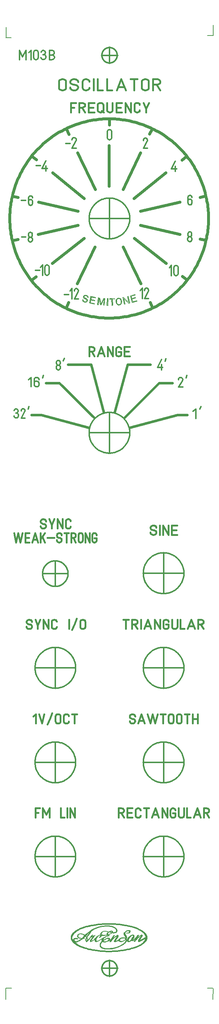
<source format=gbr>
G04 CAM350/DFMSTREAM V12.1 (Build 1022) Date:  Sat Oct 09 13:26:18 2021 *
G04 Database: D:\Mes documents\Projects\Modular Synth\M103B Ultra VCO MOTM\Front panel design\CAM350\M103B one layer render.cam *
G04 Layer 14: M103Bfrontpanel.gbr *
%FSLAX23Y23*%
%MOIN*%
%SFA1.000B1.000*%

%MIA0B0*%
%IPPOS*%
%ADD10C,0.00394*%
%ADD11C,0.00551*%
%ADD12C,0.00787*%
%ADD13C,0.01024*%
%ADD14C,0.01102*%
%ADD15C,0.01181*%
%ADD16C,0.01260*%
%ADD17C,0.01339*%
%ADD18C,0.01496*%
%ADD19C,0.01654*%
%ADD70C,0.01732*%
%ADD71C,0.02205*%
%ADD20C,0.02520*%
%LNM103Bfrontpanel.gbr*%
%LPD*%
G54D10*
X984Y6427D02*
G01X965Y6426D01*
Y6429*
X1004Y6431*
X1005Y6427*
X986*
X988Y6368*
X986*
X982Y6427*
X980Y6425*
X963Y6424*
Y6431*
X1006Y6432*
X1007Y6426*
X989Y6425*
X991Y6368*
X982Y6367*
X980Y6425*
X1025Y6420D02*
G01X1028Y6425D01*
X1031Y6428*
X1034Y6431*
X1039Y6433*
X1044Y6434*
X1049*
X1053Y6432*
X1058Y6429*
X1061Y6426*
X1065Y6422*
X1067Y6418*
X1069Y6413*
X1070Y6409*
X1071Y6405*
Y6400*
Y6395*
X1069Y6391*
X1068Y6386*
X1065Y6381*
X1061Y6378*
X1057Y6375*
X1053Y6373*
X1048Y6372*
X1043*
X1038Y6374*
X1033Y6377*
X1031Y6380*
X1028Y6384*
X1026Y6388*
X1023Y6393*
X1022Y6397*
Y6403*
Y6407*
Y6411*
X1023Y6415*
X1025Y6420*
X1028*
X1026Y6416*
X1025Y6411*
Y6407*
Y6403*
X1026Y6398*
Y6393*
X1029Y6389*
X1030Y6385*
X1033Y6381*
X1036Y6378*
X1040Y6376*
X1044Y6375*
X1048*
X1052*
X1056Y6376*
X1060Y6379*
X1063Y6382*
X1065Y6386*
X1067Y6390*
X1068Y6395*
Y6400*
Y6404*
X1067Y6408*
X1066Y6413*
X1065Y6417*
X1062Y6421*
X1059Y6425*
X1056Y6428*
X1052Y6431*
X1048*
X1044Y6432*
X1040Y6431*
X1036Y6430*
X1032Y6427*
X1030Y6424*
X1028Y6420*
Y6415*
X1027Y6411*
Y6407*
Y6404*
X1028Y6401*
Y6397*
X1030Y6394*
Y6390*
X1032Y6387*
X1033Y6383*
X1037Y6380*
X1041Y6378*
X1045Y6376*
X1049*
X1054Y6378*
X1058Y6380*
X1061Y6384*
X1064Y6388*
X1065Y6392*
Y6396*
Y6399*
Y6403*
Y6406*
Y6409*
X1064Y6412*
X1062Y6416*
X1061Y6419*
X1058Y6423*
X1055Y6427*
X1051Y6428*
X1046Y6430*
X1042*
X1037Y6428*
X1034Y6426*
X1032Y6423*
X1030Y6419*
X1028Y6415*
X1022Y6422*
X1020Y6417*
X1019Y6412*
X1018Y6407*
Y6402*
X1019Y6397*
X1021Y6392*
X1022Y6387*
X1026Y6382*
X1029Y6378*
X1032Y6375*
X1036Y6372*
X1041Y6370*
X1045*
X1051*
X1056Y6371*
X1060Y6373*
X1065Y6376*
X1068Y6380*
X1070Y6384*
X1073Y6389*
Y6395*
X1074Y6400*
Y6405*
X1073Y6409*
X1072Y6415*
X1070Y6419*
X1067Y6424*
X1064Y6428*
X1060Y6431*
X1056Y6434*
X1051Y6436*
X1046Y6437*
X1041Y6436*
X1036Y6435*
X1032Y6433*
X1029Y6430*
X1025Y6427*
X1022Y6422*
X1098Y6380D02*
G01X1086Y6440D01*
X1090*
X1140Y6388*
X1144Y6389*
X1131Y6449*
X1128Y6448*
X1138Y6395*
X1141Y6392*
X1134Y6400*
X1093Y6443*
X1083Y6441*
X1095Y6378*
X1105Y6380*
X1095Y6430*
X1089Y6438*
X1091Y6435*
X1101Y6381*
X1093Y6429*
X1095Y6430*
X1136Y6387*
X1147Y6388*
X1134Y6451*
X1124Y6450*
X1134Y6400*
X1155Y6453D02*
G01X1194Y6465D01*
X1195Y6463*
X1158Y6451*
X1165Y6428*
X1199Y6439*
Y6435*
X1165Y6426*
X1174Y6399*
X1211Y6409*
X1212Y6407*
X1171Y6396*
X1155Y6453*
X1151Y6455*
X1168Y6392*
X1176Y6402*
X1212Y6411*
X1214Y6406*
X1168Y6392*
X1176Y6402*
X1169Y6425*
X1202Y6435*
X1199Y6441*
X1167Y6431*
X1162Y6451*
X1197Y6461*
X1195Y6468*
X1151Y6455*
X1162Y6451*
X1151Y6455*
X941Y6429D02*
G01X939Y6368D01*
X943*
X944Y6429*
X947Y6431*
X938*
X936Y6367*
X947*
Y6431*
X855Y6376D02*
G01X860Y6433D01*
X858Y6435*
X869Y6434*
X881Y6378*
X884*
X906Y6431*
X915Y6430*
X910Y6370*
X908*
X914Y6428*
X913*
X907Y6371*
Y6371*
X911Y6428*
X907*
X885Y6373*
X879Y6374*
X866Y6432*
X861Y6433*
X856Y6376*
X852*
X858Y6435*
X856Y6438*
X872Y6437*
X883Y6383*
X881Y6371*
X880Y6376*
X884*
X883Y6383*
X904Y6434*
X919Y6432*
X912Y6368*
X904*
X909Y6426*
X886Y6371*
X876Y6372*
X864Y6431*
X858Y6373*
X850Y6374*
X856Y6438*
X789Y6448D02*
G01X831Y6440D01*
X830Y6438*
X793Y6445*
X788Y6421*
X823Y6415*
X822Y6411*
X787Y6418*
X782Y6391*
X821Y6384*
Y6381*
X779Y6389*
X789Y6448*
X786Y6451*
X775Y6388*
X786Y6392*
X822Y6385*
X821Y6379*
X775Y6388*
X786Y6392*
X790Y6415*
X824Y6409*
X825Y6416*
X792Y6422*
X795Y6443*
X832Y6435*
X833Y6442*
X786Y6451*
X795Y6443*
X786Y6451*
X758Y6442D02*
G01Y6444D01*
Y6447*
X757Y6449*
X756Y6451*
X754Y6453*
Y6455*
X751*
X750Y6457*
X746Y6459*
X744*
X742*
X738*
X736*
X734*
X730Y6457*
X729Y6456*
X726Y6454*
X725Y6451*
X724Y6449*
Y6446*
X725Y6443*
X726Y6441*
X727Y6439*
X729Y6437*
X749Y6427*
X751Y6424*
X754Y6422*
X755Y6419*
X756Y6415*
Y6411*
X754Y6408*
X753Y6406*
X750Y6404*
X748Y6401*
X744Y6400*
X740Y6399*
X735*
X731*
X727Y6400*
X723Y6402*
X720Y6404*
X718Y6407*
X717*
X715Y6409*
Y6411*
X714Y6413*
Y6415*
Y6418*
Y6419*
X716*
Y6417*
X717Y6415*
Y6413*
X718Y6411*
X719Y6410*
Y6408*
X720Y6407*
X722Y6405*
X726Y6404*
X729Y6402*
X732Y6401*
X735*
X738*
X742Y6402*
X746Y6403*
X748Y6404*
X750Y6407*
X752Y6408*
X753Y6411*
Y6414*
X752Y6417*
X751Y6420*
X750Y6422*
X747Y6424*
X728Y6435*
X725Y6436*
X722Y6439*
Y6443*
X721Y6447*
X722Y6451*
X723Y6454*
X726Y6457*
X728Y6459*
X731Y6460*
X734Y6461*
X737Y6462*
X740*
X742Y6461*
X746*
X748Y6460*
X750Y6459*
X754Y6457*
X755Y6456*
X757Y6455*
X758Y6453*
X759Y6451*
X760Y6448*
X761Y6446*
X762Y6443*
Y6441*
X764Y6439*
X765Y6441*
Y6443*
X764Y6446*
Y6448*
X763Y6451*
X762Y6453*
X760Y6455*
X758Y6456*
X756Y6459*
X753Y6460*
X749Y6462*
X746Y6463*
X742*
X738*
X734*
X731*
X727Y6462*
X724Y6459*
X721Y6456*
X719Y6453*
Y6449*
Y6445*
Y6441*
X720Y6437*
X722Y6434*
X726Y6432*
X745Y6422*
X747Y6420*
X748Y6419*
X750Y6416*
Y6414*
Y6411*
X749Y6409*
X748Y6407*
X746*
X744Y6405*
X741Y6404*
X738*
X735*
X732*
X729Y6405*
X726Y6407*
X724*
X722Y6410*
X721Y6411*
X720Y6412*
X719Y6414*
Y6415*
Y6417*
Y6419*
Y6420*
X711Y6423*
Y6419*
Y6417*
Y6415*
Y6412*
X712Y6410*
X713Y6407*
X715Y6406*
X717Y6404*
X719Y6402*
X722Y6400*
X726Y6399*
X730Y6397*
X733Y6396*
X737*
X741*
X745Y6397*
X747Y6398*
X750Y6400*
X751*
X754Y6402*
X755Y6404*
X757Y6407*
X758Y6408*
Y6411*
X759Y6413*
Y6416*
X758Y6419*
Y6421*
X757Y6423*
X755Y6425*
X754Y6427*
X751Y6428*
X731Y6439*
X730Y6440*
X729Y6441*
X728Y6443*
X727Y6445*
Y6447*
Y6449*
X728Y6451*
X729Y6452*
X730Y6454*
X731Y6455*
X732*
X734Y6456*
X736*
X738Y6457*
X741*
X744Y6456*
X746Y6455*
X748*
X750Y6453*
X752Y6451*
X754Y6450*
Y6449*
X755Y6447*
Y6446*
X756Y6444*
Y6443*
X755Y6441*
X764Y6439*
G54D11*
X961Y604D02*
G01X967Y608D01*
X969Y609*
X972Y610*
X974Y611*
X980Y612*
X982Y609*
X976Y610*
X974Y609*
X971*
X969Y608*
X967Y605*
Y603*
X969Y601*
X973Y600*
X978Y599*
X979*
X889Y576D02*
G01X894D01*
X897Y573*
X901*
X906Y572*
X911*
X918*
X922Y573*
X927*
X931Y574*
X936Y576*
X941Y574*
X934Y573*
X925Y572*
X919Y571*
X914Y570*
X907*
X894*
X943Y575D02*
G01X947Y578D01*
X951Y579*
X955Y580*
X961Y581*
X966Y584*
X969Y585*
X974Y589*
X977Y590*
X978Y591*
X980Y594*
X990Y598*
X987Y595*
X981Y591*
X975Y589*
X970Y585*
X965Y583*
X959Y580*
X952Y578*
X799Y569D02*
G01X802Y574D01*
X805Y576*
X807Y577*
X819Y566D02*
G01X822Y569D01*
X829Y573*
X825Y568*
X896Y541D02*
G01X895Y535D01*
X893Y531*
X892Y526*
Y522*
X893Y520*
X895Y516*
X898Y514*
X901Y512*
X904Y511*
X907Y510*
X911*
X919*
X924*
X930Y513*
X940Y516*
X947Y518*
X958Y522*
X969Y528*
X979Y535*
X977Y533*
X963Y527*
Y530*
Y537*
X964Y540*
X963Y543*
X960Y545*
X959Y546*
X952Y547*
X947Y546*
X941Y545*
X934Y541*
X924Y537*
X915Y532*
X907Y527*
X903Y524*
X902Y529*
X904Y533*
X905Y537*
X907Y541*
X910Y545*
X915Y549*
X919Y552*
X923Y554*
X928Y558*
X906Y546D02*
G01X900Y536D01*
X898Y526*
Y519*
X903Y522*
X902Y523*
Y522*
X905Y526*
X900Y521D02*
G01X905Y525D01*
X914Y530*
X923Y534*
X930Y539*
X933Y540*
X938Y542*
X943Y543*
X947*
X952Y542*
X955Y539*
Y536*
Y533*
X954Y530*
X953Y526*
X950Y524*
X947Y521*
X943Y518*
X939Y516*
X933Y514*
X927Y513*
X920Y512*
X914*
X911Y514*
X908Y515*
X907Y516*
X904Y519*
X902Y516*
X954Y545D02*
G01X961Y541D01*
X959Y532*
Y525*
X978Y532D02*
G01X979Y536D01*
X998Y567*
X1000Y569*
X1005*
X1002*
X1006Y571*
X1009*
X1010*
X1000Y556*
X995Y543*
X998Y545*
X1002Y547*
X1004Y548*
X1011Y556*
X1018Y561*
X1023Y565*
X1027Y567*
X1031Y569*
X1033Y571*
X1035Y572*
X1039Y571*
X1041Y569*
Y567*
Y563*
X1037Y554*
X1020Y527*
X1018Y524*
Y521*
X1021Y519*
X1023Y518*
X1027Y519*
X1031Y521*
X1037Y525*
X1042Y527*
X1045Y530*
X1046Y532*
X1048Y533*
X1049Y537*
X1054Y540*
X1059Y543*
X1065Y545*
X1069Y546*
X1075Y548*
X1081*
X1089Y549*
X1094*
X1099*
X1104Y547*
X1109Y545*
X1117Y537*
X1123Y527*
X975Y529D02*
G01X971Y524D01*
X966Y512*
X973Y513*
X978Y518*
X986Y530*
X999Y541*
X1010Y552*
X1020Y560*
X1026Y564*
X1030*
X1032Y563*
X1030Y557*
X1012Y530*
X1008Y522*
X1006Y519*
Y515*
X1007Y514*
X1009Y512*
X1011Y511*
X1017*
X1020Y512*
X1033Y519*
X1041Y523*
X1045Y524*
X1047Y522*
X1049Y520*
X1050Y518*
X1055Y516*
X1057Y515*
X1062Y514*
X1075*
X1082Y515*
X1088Y518*
X1096Y521*
X1103Y526*
X1110Y531*
X1113Y533*
X1110Y541*
X1108Y543*
X1104Y545*
X1098Y546*
X1095Y548*
X1089Y547*
X1081Y546*
X1074Y545*
X1069Y543*
X1065Y541*
X1061Y538*
X1058Y534*
X1057Y531*
X1055Y527*
Y524*
X1057Y520*
X1061Y518*
X1065Y516*
X1069*
X1077Y515*
X1084Y517*
X1089Y519*
X1095Y522*
X1101Y526*
X1104Y530*
X1107Y533*
X1108Y536*
X1110Y539*
X1058D02*
G01X1053Y532D01*
X1046Y527*
X1050*
X1053Y521*
X1021Y515D02*
G01X1014Y516D01*
X1011Y518*
X1013Y521*
X1026Y544*
X1038Y565*
X1033Y567*
X1003D02*
G01X971Y518D01*
X994Y543*
X896Y522D02*
G01X892Y518D01*
X884Y506*
X880Y498*
X876Y489*
X874Y483*
Y474*
X876Y469*
X877Y465*
X881Y461*
X887Y457*
X894Y453*
X898Y451*
X908Y448*
X906Y450D02*
G01X907Y448D01*
X917Y447*
X923Y446*
X961*
X986Y447*
X996Y449*
X1009Y452*
X1021Y457*
X1016Y455D02*
G01X1026Y458D01*
X1042Y464*
X1055Y469*
X1067Y475*
X1081Y482*
X1092Y490*
X1100Y497*
X1108Y502*
X1112Y508*
X1116Y513*
X1119Y517*
X1122Y522*
X1116Y531*
Y526*
X1113Y519*
X1109Y514*
X1104Y506*
X1097Y499*
X1086Y490*
X1076Y483*
X1066Y478*
X1057Y473*
X1044Y468*
X1032Y463*
X1018Y459*
X1004Y455*
X994Y454*
X985Y451*
X974*
X963Y450*
X943Y448*
X933Y449*
X923Y450*
X915Y451*
X908Y453*
X900Y455*
X896Y458*
X892Y460*
X888Y463*
X884Y467*
X883Y469*
X881Y471*
X880Y475*
Y478*
Y483*
Y488*
X883Y494*
X885Y500*
X888Y505*
X892Y510*
X896Y515*
X875Y480D02*
G01X881Y467D01*
X888Y459*
X1109Y505D02*
G01X1121Y526D01*
X1110Y542D02*
G01X1111Y547D01*
Y549*
Y553*
X1109Y555*
X1101Y569*
X1098Y574*
X1096Y578*
Y581*
Y587*
Y592*
X1099Y596*
X1103Y600*
X1107Y604*
X1112Y608*
X1118Y611*
X1123Y613*
X1129Y615*
X1132Y616*
X1146*
X1150Y615*
X1153Y612*
X1154Y609*
X1153Y605*
X1152Y601*
X1147Y597*
X1140Y594*
X1135Y593*
X1128Y592*
X1126Y591*
X1120*
X1122Y593*
X1127*
X1128*
X1137Y594*
X1142Y597*
X1143Y600*
X1145Y602*
X1146Y605*
Y608*
X1145Y609*
X1144Y611*
X1143Y612*
X1140Y613*
X1136*
X1132*
X1129*
X1126Y612*
X1122Y611*
X1116Y608*
X1113Y607*
X1109Y603*
X1107Y599*
X1105Y595*
X1104Y589*
X1105Y585*
X1108Y580*
X1117Y563*
X1120Y558*
X1121Y553*
X1120Y547*
X1119Y543*
X1117Y539*
X1114Y541*
X1117Y556*
X1114Y555*
X1112Y564*
X1110Y565*
X1103Y577*
X1100Y585*
X1101Y594*
X1108Y604*
X1117Y610*
X1124Y613*
X1133Y614*
X1144Y615*
X1150Y611*
X1148Y604*
X1124Y526D02*
G01X1125Y531D01*
X1126Y532*
X1128Y534*
X1129Y540*
X1131Y543*
X1136Y551*
X1141Y556*
X1147Y561*
X1152Y564*
X1157Y568*
X1162Y571*
X1167Y573*
X1172Y575*
X1177*
X1182Y574*
X1185Y572*
X1187Y569*
X1188Y565*
Y560*
X1187Y554*
X1184Y547*
X1182Y544*
X1179Y539*
X1175Y535*
X1172Y532*
X1174*
X1162Y522*
X1156Y518*
X1152Y516*
X1146Y514*
X1142*
X1136*
X1132*
X1128Y516*
X1127Y518*
X1124Y521*
X1136Y525*
Y528*
X1137Y532*
X1139Y537*
X1141Y541*
X1145Y547*
X1148Y552*
X1152Y556*
X1155Y560*
X1157Y563*
X1161Y566*
X1164Y569*
X1167Y571*
X1171Y572*
X1174*
X1178Y570*
X1179Y568*
X1181Y565*
Y560*
X1180Y557*
X1179*
X1174Y551*
X1170Y546*
X1167Y541*
X1165Y535*
X1164Y531*
X1163Y529*
X1159Y525*
X1156Y522*
X1151Y518*
X1148*
X1144Y517*
X1141*
X1140Y518*
X1138Y519*
X1136Y523*
X1130Y520*
X1136Y517*
X1128Y526*
X1131Y529*
X1136Y544*
X1149Y557*
X1161Y569*
X1171Y573*
X1179*
X1184Y564*
X1182Y553*
X1163Y528*
X1179Y552*
X1251Y611D02*
G01X1265Y601D01*
X1278Y592*
X1285Y582*
X1289Y575*
X1294Y566*
X1297Y555*
X1293Y537*
Y532*
X1270Y498D02*
G01X1280Y512D01*
X1285Y520*
X1289Y526*
X1290Y529*
X1293Y535*
X1282Y599D02*
G01X1285Y596D01*
X1296Y586*
X1301Y577*
X1305Y569*
X1307Y563*
X1308Y555*
Y542*
X1307Y538*
X1305Y531*
X1301Y523*
X1296Y516*
X1290Y510*
X1162Y526D02*
G01X1167Y523D01*
X1171Y522*
X1174*
X1177Y524*
X1181Y527*
X1195Y538*
X1199Y537*
X1200Y534*
X1199Y533*
X1187Y515*
X1197Y516*
X1199Y518*
X1203Y525*
X1212Y533*
X1220Y544*
X1226Y549*
X1234Y557*
X1240Y562*
X1246Y565*
X1249Y568*
X1254Y567*
X1253Y561*
X1249Y556*
X1230Y526*
X1229Y522*
Y518*
X1230Y517*
X1232Y514*
X1235*
X1239Y515*
X1242Y517*
X1293Y543*
X1300Y554*
X1296Y552*
X1241Y524*
X1242Y530*
X1262Y561*
X1265Y566*
X1266Y570*
X1265Y573*
X1262Y574*
X1258Y575*
X1253Y573*
X1248Y569*
X1239Y564*
X1224Y550*
X1219Y545*
X1221Y554*
Y557*
X1232Y573*
Y574*
X1227Y573*
X1222Y572*
X1220Y569*
X1215Y559*
X1197Y542*
X1187Y533*
X1181Y530*
X1179Y528*
X1175Y529*
X1171Y526*
X1176*
X1184Y531*
X1192Y537*
X1203Y542*
X1201Y532*
X1195Y521*
X1218Y546*
X1205Y537*
X1219Y553*
X1203Y543*
X1219Y559*
X1226Y570*
X1213Y545*
X1222Y549*
X1226Y551*
X1232Y556*
X1239Y563*
X1248Y569*
X1258Y572*
X1262Y571*
X1232Y521*
X1237Y522*
X1234Y518*
X1293Y546*
X1234Y518*
X1237Y527*
X1258Y568*
X1102Y574D02*
G01X1108Y561D01*
X1117Y557*
X1116Y553D02*
G01X1112Y567D01*
X1104Y578*
X1097Y582*
X1106Y571*
X1117Y543*
X1113Y533*
X1121Y527*
X1128Y524*
X1134Y542*
X896Y530D02*
G01X898Y518D01*
X906Y513*
G54D12*
X986Y599D02*
G01Y600D01*
X987Y603*
Y605*
X986Y608*
X984Y609*
X982*
X980Y610*
X986*
X990Y609*
X991Y608*
X992Y606*
X991Y604*
X1917Y84D02*
G01X1916Y-16D01*
X1919Y8850D02*
G01X1918Y8947D01*
X1915Y85D02*
G01X1864D01*
X57D02*
G01X6D01*
X1915Y8848D02*
G01X1864D01*
X920Y5193D02*
G01X999D01*
X960Y5232D02*
G01Y5154D01*
X900Y7166D02*
G01X1018D01*
X959Y7225D02*
G01Y7107D01*
X6Y84D02*
G01X5Y-16D01*
X54Y8829D02*
G01X4D01*
X8Y8832D02*
G01X7Y8927D01*
X737Y569D02*
G01X734Y573D01*
X730Y576*
X725Y579*
X721Y580*
X716Y582*
X711Y584*
X705Y585*
X700*
X692*
X685*
X681Y583*
X676Y581*
X673Y578*
X670Y573*
X667Y569*
Y565*
X666Y563*
X667Y559*
Y558*
Y560*
X669Y557*
X672Y553*
X669Y557*
X671Y555*
X673Y552*
X676Y550*
X679Y549*
X683Y547*
X687Y545*
X693*
X699Y543*
X714Y542*
X729Y543*
X731Y544*
X702Y543*
X693Y545*
X687Y546*
X681Y549*
X676Y552*
X675Y554*
X673Y556*
X671Y557*
Y559*
Y562*
Y565*
Y569*
Y571*
X673Y574*
X675Y577*
X679Y581*
X684Y583*
X690Y585*
X697*
X706*
Y584*
X714Y582*
X719Y580*
X722Y578*
X728Y574*
X731Y572*
X735Y570*
X730Y565*
X715Y549*
X709Y545*
X725Y557D02*
G01X736Y572D01*
X743Y579*
X750Y585*
X754Y589*
X758Y593*
X735Y569D02*
G01X740Y565D01*
X746Y559*
X751Y553*
X748Y547*
X746Y542*
X744Y538*
X743Y533*
X742Y530*
Y525*
X744Y520*
X747Y517*
X748Y515*
X750Y514*
X752*
X754Y515*
X761Y521*
X771Y533*
X777Y539*
X782Y545*
X790Y557*
X792Y558*
X791Y557*
X808Y559*
X807Y554*
X805Y550*
X800Y545*
X796Y539*
X791Y533*
X788Y529*
X786Y525*
X785Y522*
Y518*
Y516*
X787Y515*
X790Y514*
X795Y515*
X800Y518*
X807Y522*
X814Y528*
X821Y534*
X830Y542*
X839Y550*
X845Y558*
X849Y561*
X855Y565*
X859Y568*
X863Y569*
X868Y572*
X869Y573*
X876*
X886*
X737Y572D02*
G01X742Y566D01*
X756Y550*
X749Y542*
X747Y538*
X745Y533*
X744Y530*
Y525*
X746Y520*
X748Y518*
X752Y519*
X753Y521*
X754Y523*
Y525*
X756Y528*
X757Y530*
X758Y533*
Y537*
Y546*
Y544*
Y540*
Y535*
Y528*
X762Y530*
X764*
X766Y531*
X770Y534*
X777Y541*
X782Y549*
X788Y555*
X790Y560*
X794Y565*
X797Y568*
X799Y571*
X803Y573*
X801Y569*
X803Y565*
X806Y564*
X807Y565*
X811*
X814Y566*
X818Y567*
X821Y568*
X825Y569*
X807Y546*
X797Y532*
X794Y528*
X793Y525*
Y521*
X796Y518*
X797*
X799*
X793Y516*
X789Y521*
X751Y553D02*
G01X754Y558D01*
X759Y566*
X766Y576*
X771Y585*
X777Y592*
X781Y597*
X783Y602*
X791Y606*
X785Y597*
X781Y590*
X774Y581*
X767Y573*
X762Y565*
X754Y553*
X786Y601D02*
G01X792Y607D01*
X796Y612*
X799Y614*
X803Y617*
X807Y620*
X810Y623*
X813Y624*
X816Y626*
X819Y628*
X824Y631*
X827Y632*
X831Y634*
X834Y636*
X839Y638*
X635Y519D02*
G01Y526D01*
X634Y529*
Y530*
X635Y533*
X636Y535*
X637Y537*
X639Y538*
X641Y540*
X644Y541*
X648Y543*
X652*
X826Y538D02*
G01Y532D01*
X827Y523*
X828Y521*
X829Y518*
X831Y517*
X833Y515*
X836Y514*
X839*
X843*
X848Y515*
X854Y518*
X860Y519*
X865Y523*
X873Y529*
X880Y533*
X885Y536*
X892Y539*
X900Y545*
X910Y550*
X915Y553*
X919Y556*
X924Y558*
X930Y560*
X935Y562*
X941Y564*
X945Y565*
X951Y567*
X955Y568*
X959Y569*
X961*
X956*
X953Y571*
X949Y575*
X947Y577*
X945Y579*
X944Y581*
X945Y584*
Y587*
X946Y590*
X947Y593*
X949Y596*
X951Y598*
X958Y603*
X962Y605*
X967Y607*
X866Y571D02*
G01X861Y568D01*
X856Y564*
X852Y559*
X848Y553*
X844Y549*
X842Y543*
X839Y538*
X837Y533*
Y529*
Y526*
Y522*
X838Y519*
X841Y518*
X844Y517*
X847*
X849*
X852*
X855Y518*
X841Y548D02*
G01X833Y537D01*
X832Y531*
X833Y520*
X796Y561D02*
G01X813D01*
X871Y554D02*
G01X869D01*
X874Y558*
X876Y559*
X878Y563*
Y566*
Y569*
X876Y571*
Y573*
X872*
X871Y555D02*
G01X870Y554D01*
X876Y555*
X879Y557*
X881Y559*
X884Y562*
Y564*
X885Y567*
X888Y570*
X892Y572*
X893Y571*
X881Y576*
X880Y577*
Y585*
X882Y589*
X883Y593*
X884Y594*
X887Y596*
X890Y600*
X893Y602*
X897Y604*
X901Y606*
X906Y608*
X910Y609*
X916*
X923*
X928Y608*
X933*
X939Y607*
X944Y605*
X950Y604*
X953Y603*
X957*
X893Y573D02*
G01Y574D01*
X890Y577*
X889Y579*
X888*
Y581*
Y583*
X887Y584*
Y588*
X888Y591*
Y593*
X889Y595*
X891Y596*
X893Y600*
X896Y602*
X899Y604*
X901Y605*
X953Y601D02*
G01X948Y597D01*
X944Y595*
X943Y594*
X940Y590*
X939Y589*
X938Y585*
Y580*
Y575*
X939*
X947Y570*
X963Y604D02*
G01X967Y608D01*
X959Y602*
X961Y601*
X968Y600*
X974Y599*
X980Y598*
X990Y599*
G54D13*
X624Y514D02*
G01X628Y525D01*
X629Y530*
X630Y533*
X632Y536*
X633Y539*
X636Y541*
X638Y543*
X640*
X642Y544*
X660Y514D02*
G01X670Y518D01*
X679Y522*
X686Y526*
X693Y531*
X702Y537*
X716Y549*
X745Y578*
X754Y588*
X767Y598*
X774Y604*
X785Y613*
X799Y621*
X812Y628*
X829Y636*
X844Y642*
X861Y648*
X879Y652*
X896Y656*
X908Y657*
X919Y659*
X955*
X967Y657*
X975Y656*
X990Y652*
X1003Y646*
X1014Y639*
X1020Y633*
X1025Y627*
X1027Y620*
Y612*
X1026Y607*
X1023Y604*
X1018Y600*
X1011Y598*
X1000Y597*
X991*
X1012Y640D02*
G01X1018Y635D01*
X1022Y631*
X1024Y625*
X1026Y618*
Y613*
X1025Y608*
X1022Y604*
X1020Y602*
X1018Y600*
X782Y442D02*
G01X745Y454D01*
X713Y466*
X697Y470*
X684Y477*
X672Y483*
X665Y487*
X658Y491*
X654Y495*
X648Y499*
X645Y502*
Y503*
X640Y512*
X705Y538D02*
G01X719Y549D01*
X725Y555*
X732Y562*
X741Y572*
X748Y579*
X754Y586*
X758Y592*
G54D14*
X661Y515D02*
G01X660D01*
X659*
Y514*
X658*
X657*
Y514*
X656*
X655*
X654*
X653*
X652*
X651*
X650*
X649*
X648*
X647Y515*
X646*
X645*
Y516*
X644*
X643*
Y517*
X642Y518*
X641*
X640*
Y519*
X639*
X638*
Y520*
X637*
X636Y521*
Y522*
X635*
Y523*
X634Y524*
Y525*
X633Y526*
X632Y527*
Y528*
Y529*
Y530*
Y531*
Y532*
Y532*
Y533*
Y534*
X633*
Y535*
Y536*
X634*
Y537*
X635*
Y538*
X636Y539*
Y540*
X637Y541*
X638*
X639*
X640*
Y542*
X641*
X642Y543*
X643*
X644*
Y544*
X645*
X646*
X647*
X648*
Y545*
X649*
X650*
X651*
X652*
X653*
Y544*
X654*
X655*
X656*
Y543*
X657*
Y543*
X658*
X659*
Y542*
X660*
X661Y541*
X662*
X663*
X664*
Y540*
X665Y539*
X666Y538*
G54D15*
X774Y5195D02*
G01X1148D01*
X961Y5382D02*
G01Y5007D01*
X1616Y2058D02*
G01X1614Y2055D01*
X1612Y2052*
X1610Y2049*
X1608Y2046*
X1605Y2043*
X1603Y2041*
X1600Y2037*
X1598Y2035*
X1596Y2033*
X1593Y2030*
X1591Y2028*
X1589Y2026*
X1585Y2023*
X1583Y2021*
X1580Y2018*
X1577Y2016*
X1574Y2014*
X1571Y2011*
X1568Y2010*
X1565Y2007*
X1561Y2005*
X1558Y2003*
X1555Y2001*
X1552Y1999*
X1549Y1998*
X1545Y1995*
X1542Y1994*
X1539Y1992*
X1535Y1990*
X1532Y1989*
X1530Y1988*
X1526Y1986*
X1522*
X1518Y1984*
X1515Y1983*
X1511Y1982*
X1508Y1981*
X1504Y1980*
X1501Y1979*
X1497Y1978*
X1493*
X1490Y1977*
X1486*
X1482Y1976*
X1478*
X1474Y1975*
X1471*
X1468*
X1464*
X1461*
X1457*
X1453*
X1450*
X1446*
X1442Y1976*
X1439*
X1435Y1977*
X1431*
X1427Y1978*
X1423*
X1419Y1979*
X1416Y1980*
X1412Y1981*
X1409Y1982*
X1406Y1983*
X1403Y1984*
X1400Y1986*
X1396*
X1392Y1988*
X1389Y1990*
X1386*
X1382Y1992*
X1379Y1994*
X1376Y1995*
X1372Y1998*
X1369Y1999*
X1366Y2001*
X1363Y2003*
X1360Y2005*
X1356Y2007*
X1353Y2010*
X1350Y2011*
X1347Y2014*
X1344Y2016*
X1342Y2018*
X1339Y2021*
X1337Y2023*
X1333Y2026*
X1331Y2028*
X1328Y2030*
X1325Y2033*
X1323Y2035*
X1321Y2037*
X1318Y2041*
X1316Y2043*
X1313Y2046*
X1311Y2049*
X1309Y2052*
X1307Y2055*
X1305Y2058*
X1302Y2061*
X1301Y2065*
X1299Y2068*
X1297Y2071*
X1295Y2074*
X1293Y2078*
X1292Y2081*
X1290Y2085*
X1289Y2088*
X1287Y2092*
X1285Y2094*
Y2097*
X1283Y2101*
X1282Y2104*
Y2108*
X1281Y2112*
X1279Y2115*
X1278Y2119*
Y2122*
X1277Y2126*
X1276Y2130*
X1275Y2133*
Y2137*
X1274Y2141*
Y2144*
Y2148*
Y2152*
Y2156*
Y2159*
X1273Y2163*
X1274Y2166*
Y2170*
Y2174*
Y2177*
Y2181*
Y2185*
X1275Y2188*
Y2192*
X1276Y2195*
X1277Y2199*
X1278Y2203*
Y2207*
X1279Y2211*
X1281Y2214*
X1282Y2218*
Y2220*
X1283Y2224*
X1285Y2227*
Y2231*
X1287Y2234*
X1289Y2238*
X1290Y2242*
X1292Y2245*
X1293Y2248*
X1295Y2251*
X1297Y2254*
X1299Y2258*
X1301Y2261*
X1302Y2264*
X1305Y2267*
X1307Y2270*
X1309Y2274*
X1311Y2276*
X1313Y2279*
X1316Y2282*
X1318Y2284*
X1321Y2287*
X1323Y2289*
X1325Y2293*
X1329Y2295*
X1331Y2297*
X1333Y2300*
X1337Y2303*
X1339Y2305*
X1342Y2308*
X1344Y2310*
X1347Y2313*
X1350Y2314*
X1353Y2317*
X1356Y2319*
X1360Y2321*
X1363Y2323*
X1366Y2325*
X1369Y2327*
X1372Y2329*
X1376Y2330*
X1379Y2332*
X1382Y2333*
X1386Y2335*
X1389Y2337*
X1392*
X1396Y2339*
X1400Y2341*
X1403*
X1406Y2342*
X1409Y2344*
X1412*
X1416*
X1419Y2345*
X1423Y2346*
X1427Y2347*
X1431Y2348*
X1435*
X1439*
X1442*
X1446Y2349*
X1450*
X1453*
X1457*
X1461Y2350*
X1464Y2349*
X1468*
X1471*
X1474*
X1478Y2348*
X1482*
X1486*
X1490*
X1493Y2347*
X1497Y2346*
X1501Y2345*
X1504Y2344*
X1508*
X1511*
X1515Y2342*
X1518Y2341*
X1522*
X1526Y2339*
X1530Y2337*
X1532*
X1535Y2335*
X1539Y2333*
X1542Y2332*
X1545Y2330*
X1549Y2329*
X1552Y2327*
X1555Y2325*
X1558Y2323*
X1561Y2321*
X1565Y2319*
X1568Y2317*
X1571Y2314*
X1574Y2313*
X1577Y2310*
X1580Y2308*
X1583Y2305*
X1585Y2303*
X1589Y2300*
X1591Y2297*
X1594Y2295*
X1596Y2293*
X1598Y2289*
X1600Y2287*
X1603Y2284*
X1605Y2282*
X1608Y2279*
X1610Y2276*
X1612Y2274*
X1614Y2270*
X1616Y2267*
X1619Y2264*
X1620Y2261*
X1622Y2258*
X1624Y2254*
X1626Y2251*
X1628Y2248*
X1629Y2245*
X1631Y2242*
X1632Y2238*
X1634Y2234*
X1635Y2231*
X1636Y2227*
X1638Y2224*
X1639Y2220*
X1640Y2218*
X1641Y2214*
X1642Y2211*
X1643Y2207*
X1644Y2203*
Y2199*
X1645Y2195*
X1646Y2192*
X1647Y2188*
Y2185*
X1648Y2181*
Y2177*
Y2174*
Y2170*
Y2166*
Y2163*
Y2159*
Y2156*
Y2152*
Y2148*
Y2144*
X1647Y2141*
Y2137*
X1646Y2133*
X1645Y2130*
X1644Y2126*
Y2122*
X1643Y2119*
X1642Y2115*
X1641Y2112*
X1640Y2108*
X1639Y2104*
X1638Y2101*
X1636Y2097*
X1635Y2094*
X1634Y2091*
X1632Y2088*
X1631Y2085*
X1629Y2081*
X1628Y2078*
X1626Y2074*
X1624Y2071*
X1622Y2068*
X1620Y2065*
X1619Y2061*
X1616Y2058*
X1274Y2163D02*
G01X1648D01*
X1461Y2350D02*
G01Y1975D01*
X618Y1193D02*
G01X616Y1190D01*
X614Y1187*
X612Y1183*
X609Y1181*
X607Y1178*
X604Y1175*
X602Y1172*
X600Y1169*
X597Y1167*
X594Y1163*
X593Y1161*
X590Y1159*
X587Y1157*
X585Y1155*
X581Y1152*
X578Y1150*
X576Y1148*
X573Y1145*
X569Y1144*
X566Y1141*
X563Y1139*
X560Y1137*
X557Y1136*
X553Y1133*
X550Y1132*
X547Y1130*
X544Y1128*
X541Y1127*
X537Y1125*
X533Y1124*
X531Y1122*
X527Y1121*
X524Y1120*
X520Y1118*
X517Y1117*
X513Y1116*
X510Y1115*
X506Y1114*
X502Y1113*
X498Y1112*
X494*
X491Y1111*
X487*
X484Y1110*
X480*
X476Y1109*
X473*
X469*
X466*
X463*
X459*
X455*
X451*
X447*
X443Y1110*
X440*
X436Y1111*
X432*
X429Y1112*
X425*
X421Y1113*
X418Y1114*
X414Y1115*
X411Y1116*
X407Y1117*
X404Y1118*
X401Y1120*
X397Y1121*
X394Y1122*
X391Y1124*
X388Y1125*
X384Y1127*
X380Y1128*
X377Y1130*
X374Y1132*
X371Y1133*
X368Y1136*
X364Y1137*
X361Y1139*
X358Y1141*
X355Y1144*
X352Y1145*
X348Y1148*
X346Y1150*
X344Y1152*
X341Y1155*
X338Y1157*
X335Y1159*
X333Y1161*
X329Y1164*
X327Y1167*
X325Y1169*
X322Y1172*
X320Y1175*
X317Y1178*
X315Y1181*
X313Y1183*
X310Y1187*
X309Y1190*
X306Y1193*
X304Y1196*
X302Y1199*
X301Y1203*
X298Y1206*
X297Y1209*
X295Y1212*
X293Y1215*
X292Y1219*
X290Y1222*
X289Y1225*
X287Y1228*
X286Y1232*
X285Y1235*
X283Y1239*
X282Y1242*
Y1246*
X281Y1250*
X280Y1254*
X279Y1257*
X278Y1261*
Y1265*
X277Y1268*
Y1272*
X276Y1275*
Y1279*
X275Y1282*
Y1285*
Y1289*
Y1293*
X274Y1297*
X275Y1301*
Y1304*
Y1308*
Y1311*
X276Y1315*
Y1319*
X277Y1322*
Y1326*
X278Y1329*
Y1333*
X279Y1337*
X280Y1341*
X281Y1344*
X282Y1347*
Y1351*
X283Y1354*
X285Y1358*
X286Y1361*
X287Y1365*
X289Y1368*
X290Y1372*
X292Y1376*
X293Y1379*
X295Y1382*
X297Y1385*
X298Y1388*
X301Y1392*
X302Y1395*
X304Y1398*
X306Y1401*
X309Y1404*
X310Y1407*
X313Y1410*
X315Y1412*
X317Y1415*
X320Y1419*
X322Y1421*
X325Y1424*
X327Y1427*
X330Y1430*
X333Y1432*
X335Y1435*
X338Y1437*
X341Y1439*
X344Y1442*
X346Y1444*
X348Y1447*
X352Y1449*
X355Y1451*
X358Y1453*
X361Y1455*
X364Y1457*
X368Y1459*
X371Y1461*
X374Y1463*
X377Y1464*
X380Y1466*
X384Y1467*
X388Y1469*
X391Y1470*
X394Y1471*
X397Y1472*
X401Y1474*
X404Y1475*
X407Y1476*
X411Y1477*
X414Y1478*
X418Y1479*
X421Y1480*
X425Y1481*
X429Y1482*
X432*
X436*
X440Y1483*
X443*
X447Y1484*
X451*
X455*
X459*
X463*
X466*
X469*
X473*
X476*
X480Y1483*
X484*
X487Y1482*
X491*
X494*
X498Y1481*
X502Y1480*
X506Y1479*
X510Y1478*
X513Y1477*
X517Y1476*
X520Y1475*
X524Y1474*
X527Y1472*
X531Y1471*
X533Y1470*
X537Y1469*
X541Y1467*
X544Y1466*
X547Y1464*
X550Y1463*
X553Y1461*
X557Y1459*
X560Y1457*
X563Y1455*
X566Y1453*
X569Y1451*
X573Y1449*
X576Y1447*
X578Y1444*
X581Y1442*
X585Y1439*
X587Y1437*
X590Y1435*
X593Y1432*
X595Y1429*
X597Y1427*
X600Y1424*
X602Y1421*
X604Y1419*
X607Y1415*
X609Y1412*
X612Y1410*
X614Y1407*
X616Y1404*
X618Y1401*
X620Y1398*
X622Y1395*
X624Y1392*
X626Y1388*
X628Y1385*
X629Y1382*
X631Y1379*
X632Y1376*
X634Y1372*
X636Y1368*
Y1365*
X638Y1361*
X640Y1358*
Y1354*
X641Y1351*
X643Y1347*
X644Y1344*
Y1341*
X645Y1337*
X646Y1333*
X647Y1329*
X648Y1326*
Y1322*
Y1319*
X649Y1315*
Y1311*
X650Y1308*
Y1304*
Y1301*
Y1297*
Y1293*
Y1289*
Y1285*
X649Y1282*
Y1279*
X648Y1275*
Y1272*
Y1268*
X647Y1265*
X646Y1261*
X645Y1257*
X644Y1254*
Y1250*
X643Y1246*
X641Y1242*
X640Y1239*
Y1235*
X638Y1232*
X636Y1228*
Y1225*
X634Y1222*
X632Y1219*
X631Y1215*
X629Y1212*
X628Y1209*
X626Y1206*
X624Y1203*
X622Y1199*
X620Y1196*
X618Y1193*
X275Y1297D02*
G01X650D01*
X463Y1484D02*
G01Y1109D01*
X1616Y1193D02*
G01X1614Y1190D01*
X1612Y1187*
X1610Y1183*
X1608Y1181*
X1605Y1178*
X1603Y1175*
X1600Y1172*
X1598Y1169*
X1596Y1167*
X1593Y1163*
X1591Y1161*
X1589Y1159*
X1585Y1157*
X1583Y1155*
X1580Y1152*
X1577Y1150*
X1574Y1148*
X1571Y1145*
X1568Y1144*
X1565Y1141*
X1561Y1139*
X1558Y1137*
X1555Y1136*
X1552Y1133*
X1549Y1132*
X1545Y1130*
X1542Y1128*
X1539Y1127*
X1535Y1125*
X1532Y1124*
X1530Y1122*
X1526Y1121*
X1522Y1120*
X1518Y1118*
X1515Y1117*
X1511Y1116*
X1508Y1115*
X1504Y1114*
X1501Y1113*
X1497Y1112*
X1493*
X1490Y1111*
X1486*
X1482Y1110*
X1478*
X1474Y1109*
X1471*
X1468*
X1464*
X1461*
X1457*
X1453*
X1450*
X1446*
X1442Y1110*
X1439*
X1435Y1111*
X1431*
X1427Y1112*
X1423*
X1419Y1113*
X1416Y1114*
X1412Y1115*
X1409Y1116*
X1406Y1117*
X1403Y1118*
X1400Y1120*
X1396Y1121*
X1392Y1122*
X1389Y1124*
X1386Y1125*
X1382Y1127*
X1379Y1128*
X1376Y1130*
X1372Y1132*
X1369Y1133*
X1366Y1136*
X1363Y1137*
X1360Y1139*
X1356Y1141*
X1353Y1144*
X1350Y1145*
X1347Y1148*
X1344Y1150*
X1342Y1152*
X1339Y1155*
X1337Y1157*
X1333Y1159*
X1331Y1161*
X1328Y1164*
X1325Y1167*
X1323Y1169*
X1321Y1172*
X1318Y1175*
X1316Y1178*
X1313Y1181*
X1311Y1183*
X1309Y1187*
X1307Y1190*
X1305Y1193*
X1302Y1196*
X1301Y1199*
X1299Y1203*
X1297Y1206*
X1295Y1209*
X1293Y1212*
X1292Y1215*
X1290Y1219*
X1289Y1222*
X1287Y1225*
X1285Y1228*
Y1232*
X1283Y1235*
X1282Y1239*
Y1242*
X1281Y1246*
X1279Y1250*
X1278Y1254*
Y1257*
X1277Y1261*
X1276Y1265*
X1275Y1268*
Y1272*
X1274Y1275*
Y1279*
Y1282*
Y1285*
Y1289*
Y1293*
X1273Y1297*
X1274Y1301*
Y1304*
Y1308*
Y1311*
Y1315*
Y1319*
X1275Y1322*
Y1326*
X1276Y1329*
X1277Y1333*
X1278Y1337*
Y1341*
X1279Y1344*
X1281Y1347*
X1282Y1351*
Y1354*
X1283Y1358*
X1285Y1361*
Y1365*
X1287Y1368*
X1289Y1372*
X1290Y1376*
X1292Y1379*
X1293Y1382*
X1295Y1385*
X1297Y1388*
X1299Y1392*
X1301Y1395*
X1302Y1398*
X1305Y1401*
X1307Y1404*
X1309Y1407*
X1311Y1410*
X1313Y1412*
X1316Y1415*
X1318Y1419*
X1321Y1421*
X1323Y1424*
X1325Y1427*
X1329Y1430*
X1331Y1432*
X1333Y1435*
X1337Y1437*
X1339Y1439*
X1342Y1442*
X1344Y1444*
X1347Y1447*
X1350Y1449*
X1353Y1451*
X1356Y1453*
X1360Y1455*
X1363Y1457*
X1366Y1459*
X1369Y1461*
X1372Y1463*
X1376Y1464*
X1379Y1466*
X1382Y1467*
X1386Y1469*
X1389Y1470*
X1392Y1471*
X1396Y1472*
X1400Y1474*
X1403Y1475*
X1406Y1476*
X1409Y1477*
X1412Y1478*
X1416Y1479*
X1419Y1480*
X1423Y1481*
X1427Y1482*
X1431*
X1435*
X1439Y1483*
X1442*
X1446Y1484*
X1450*
X1453*
X1457*
X1461*
X1464*
X1468*
X1471*
X1474*
X1478Y1483*
X1482*
X1486Y1482*
X1490*
X1493*
X1497Y1481*
X1501Y1480*
X1504Y1479*
X1508Y1478*
X1511Y1477*
X1515Y1476*
X1518Y1475*
X1522Y1474*
X1526Y1472*
X1530Y1471*
X1532Y1470*
X1535Y1469*
X1539Y1467*
X1542Y1466*
X1545Y1464*
X1549Y1463*
X1552Y1461*
X1555Y1459*
X1558Y1457*
X1561Y1455*
X1565Y1453*
X1568Y1451*
X1571Y1449*
X1574Y1447*
X1577Y1444*
X1580Y1442*
X1583Y1439*
X1585Y1437*
X1589Y1435*
X1591Y1432*
X1594Y1429*
X1596Y1427*
X1598Y1424*
X1600Y1421*
X1603Y1419*
X1605Y1415*
X1608Y1412*
X1610Y1410*
X1612Y1407*
X1614Y1404*
X1616Y1401*
X1619Y1398*
X1620Y1395*
X1622Y1392*
X1624Y1388*
X1626Y1385*
X1628Y1382*
X1629Y1379*
X1631Y1376*
X1632Y1372*
X1634Y1368*
X1635Y1365*
X1636Y1361*
X1638Y1358*
X1639Y1354*
X1640Y1351*
X1641Y1347*
X1642Y1344*
X1643Y1341*
X1644Y1337*
Y1333*
X1645Y1329*
X1646Y1326*
X1647Y1322*
Y1319*
X1648Y1315*
Y1311*
Y1308*
Y1304*
Y1301*
Y1297*
Y1293*
Y1289*
Y1285*
Y1282*
Y1279*
X1647Y1275*
Y1272*
X1646Y1268*
X1645Y1265*
X1644Y1261*
Y1257*
X1643Y1254*
X1642Y1250*
X1641Y1246*
X1640Y1242*
X1639Y1239*
X1638Y1235*
X1636Y1232*
X1635Y1228*
X1634Y1225*
X1632Y1222*
X1631Y1219*
X1629Y1215*
X1628Y1212*
X1626Y1209*
X1624Y1206*
X1622Y1203*
X1620Y1199*
X1619Y1196*
X1616Y1193*
X1274Y1297D02*
G01X1648D01*
X1461Y1484D02*
G01Y1109D01*
X559Y3833D02*
G01X557Y3832D01*
Y3829*
X555Y3828*
X553Y3826*
X552Y3824*
X551Y3822*
X549Y3821*
X548Y3819*
X546Y3817*
X545Y3816*
X543Y3814*
X541Y3813*
X539Y3811*
X537Y3809*
X536Y3808*
X534Y3806*
X532Y3805*
X531Y3803*
X529Y3802*
X527Y3801*
X526Y3799*
X523Y3798*
X522Y3797*
X519Y3796*
X518Y3795*
X515Y3793*
X514*
X511Y3792*
X509Y3791*
X507Y3789*
X505*
X502Y3788*
X501Y3787*
X498Y3786*
X496*
X494Y3785*
X492*
X490Y3784*
X487*
X485Y3783*
X482Y3782*
X480*
X478*
X475*
X473*
X471*
X469*
X467*
X465*
X463*
X460*
X458*
X455*
X453*
X451*
X449*
X447*
X444*
X442*
X439Y3783*
X437Y3784*
X435*
X432Y3785*
X431*
X428Y3786*
X426Y3787*
X423*
X421Y3788*
X419Y3789*
X417Y3790*
X415Y3791*
X413Y3792*
X411Y3793*
X408*
X407Y3795*
X405Y3796*
X404Y3797*
X401Y3798*
X400Y3799*
X397Y3801*
X396Y3802*
X393Y3803*
X392Y3805*
X389Y3806*
X388Y3808*
X386Y3809*
X384Y3811*
X382Y3813*
X380Y3814*
X379Y3816*
X377Y3817*
X376Y3819*
X374Y3821*
X372Y3822*
Y3824*
X370Y3826*
X368Y3828*
X367Y3829*
X366Y3832*
X364Y3833*
X363Y3836*
X362Y3837*
X360Y3840*
Y3841*
X358Y3844*
X357*
X356Y3847*
X355Y3849*
X354Y3851*
X353Y3853*
X352Y3856*
Y3857*
X351Y3860*
X350Y3862*
X349Y3864*
X348Y3867*
Y3868*
Y3871*
Y3873*
X347Y3876*
X346Y3878*
Y3880*
X345Y3883*
Y3885*
Y3888*
X344Y3889*
Y3892*
Y3894*
Y3896*
Y3899*
Y3901*
Y3904*
Y3906*
Y3907*
X345Y3910*
Y3912*
Y3915*
X346Y3917*
Y3919*
X347Y3922*
X348Y3924*
Y3927*
Y3929*
Y3931*
X349Y3933*
X350Y3935*
X351Y3938*
X352Y3939*
Y3942*
X353Y3944*
X354Y3946*
X355Y3948*
X356Y3951*
X357Y3952*
X358Y3955*
X360Y3956*
Y3959*
X362Y3960*
X363Y3963*
X364Y3964*
X366Y3966*
X367Y3968*
X368Y3969*
X370Y3971*
X372Y3973*
Y3974*
X374Y3977*
X376Y3978*
X377Y3980*
X379Y3982*
X380Y3983*
X382Y3985*
X384Y3986*
X386Y3988*
X388Y3990*
X389Y3991*
X392Y3993*
X393Y3994*
X396Y3995*
X397Y3997*
X400Y3998*
X401Y3999*
X404Y4001*
X405Y4002*
X407*
X408Y4004*
X411Y4005*
X413Y4006*
X415*
X417Y4008*
X419Y4009*
X421Y4010*
X423*
X426Y4011*
X428*
X431Y4012*
X432Y4013*
X435Y4014*
X437*
X439*
X442Y4015*
X444*
X447Y4016*
X449*
X451*
X453Y4017*
X455*
X458*
X460*
X463*
X465*
X467*
X469*
X471*
X474Y4016*
X475*
X478*
X480Y4015*
X482*
X485Y4014*
X487*
X490*
X492Y4013*
X494Y4012*
X496Y4011*
X498Y4010*
X501*
X502*
X505Y4009*
X507Y4007*
X509Y4006*
X511*
X514Y4005*
X515Y4004*
X518Y4002*
X519*
X522Y4001*
X523Y3999*
X526Y3998*
X527Y3997*
X529Y3995*
X531Y3994*
X532Y3993*
X534Y3991*
X536Y3990*
X537Y3988*
X539Y3986*
X541Y3985*
X543Y3983*
X545Y3982*
X546Y3980*
X548Y3978*
X549Y3977*
X551Y3974*
X552Y3973*
X553Y3971*
X555Y3969*
X557Y3968*
Y3966*
X559Y3964*
X561Y3963*
Y3960*
X563Y3959*
X564Y3956*
X565Y3955*
X566Y3952*
X568Y3951*
X569Y3948*
Y3946*
X570Y3944*
X571Y3942*
X572Y3939*
X573Y3938*
Y3935*
X574Y3933*
X575Y3931*
X576Y3929*
X577Y3927*
Y3924*
Y3922*
Y3919*
X578Y3917*
Y3915*
X579Y3912*
Y3910*
Y3907*
Y3906*
Y3904*
Y3901*
X580Y3899*
X579Y3896*
Y3894*
Y3892*
Y3889*
Y3888*
Y3885*
X578Y3883*
Y3880*
X577Y3878*
Y3876*
Y3873*
Y3871*
X576Y3868*
X575Y3867*
X574Y3864*
X573Y3862*
Y3860*
X572Y3857*
X571Y3856*
X570Y3853*
X569Y3851*
Y3849*
X568Y3847*
X566Y3844*
X565*
X564Y3841*
X563Y3840*
X561Y3837*
Y3836*
X559Y3833*
X344Y3899D02*
G01X580D01*
X463Y4017D02*
G01Y3782D01*
X774Y7166D02*
G01X1149D01*
X1616Y3798D02*
G01X1614Y3795D01*
X1612Y3792*
X1610Y3789*
X1608Y3786*
X1605Y3783*
X1603Y3781*
X1600Y3778*
X1598Y3775*
X1596Y3773*
X1593Y3770*
X1591Y3767*
X1589Y3765*
X1585Y3762*
X1583Y3760*
X1580Y3758*
X1577Y3755*
X1574Y3753*
X1571Y3750*
X1568Y3749*
X1565Y3746*
X1561Y3744*
X1558Y3742*
X1555Y3741*
X1552Y3738*
X1549Y3737*
X1545Y3735*
X1542Y3734*
X1539Y3732*
X1535Y3730*
X1532Y3729*
X1530Y3728*
X1526Y3726*
X1522Y3725*
X1518Y3724*
X1515Y3723*
X1511Y3722*
X1508Y3721*
X1504Y3720*
X1501Y3719*
X1497*
X1493*
X1490Y3718*
X1486Y3717*
X1482*
X1478Y3716*
X1474*
X1471Y3715*
X1468*
X1464*
X1461*
X1457*
X1453*
X1450*
X1446Y3716*
X1442*
X1439Y3717*
X1435*
X1431Y3718*
X1427Y3719*
X1423*
X1419*
X1416Y3720*
X1412Y3721*
X1409Y3722*
X1406Y3723*
X1403Y3724*
X1400Y3725*
X1396Y3726*
X1392Y3728*
X1389Y3729*
X1386Y3730*
X1382Y3732*
X1379Y3734*
X1376Y3735*
X1372Y3737*
X1369Y3738*
X1366Y3741*
X1363Y3742*
X1360Y3744*
X1356Y3746*
X1353Y3749*
X1350Y3750*
X1347Y3753*
X1344Y3755*
X1342Y3758*
X1339Y3760*
X1337Y3762*
X1333Y3765*
X1331Y3767*
X1328Y3770*
X1325Y3773*
X1323Y3775*
X1321Y3778*
X1318Y3781*
X1316Y3783*
X1313Y3786*
X1311Y3789*
X1309Y3792*
X1307Y3795*
X1305Y3798*
X1302Y3801*
X1301Y3805*
X1299Y3808*
X1297Y3811*
X1295Y3814*
X1293Y3817*
X1292Y3821*
X1290Y3824*
X1289Y3828*
X1287Y3831*
X1285Y3834*
Y3838*
X1283Y3841*
X1282Y3844*
Y3848*
X1281Y3852*
X1279Y3855*
X1278Y3859*
Y3862*
X1277Y3866*
X1276Y3870*
X1275Y3873*
Y3877*
X1274Y3880*
Y3884*
Y3888*
Y3892*
Y3896*
Y3900*
X1273Y3903*
X1274Y3907*
Y3910*
Y3913*
Y3917*
Y3921*
Y3924*
X1275Y3928*
Y3932*
X1276Y3935*
X1277Y3939*
X1278Y3943*
Y3947*
X1279Y3951*
X1281Y3954*
X1282Y3958*
Y3961*
X1283Y3964*
X1285Y3968*
Y3970*
X1287Y3974*
X1289Y3977*
X1290Y3981*
X1292Y3984*
X1293Y3987*
X1295Y3990*
X1297Y3994*
X1299Y3997*
X1301Y4000*
X1302Y4003*
X1305Y4006*
X1307Y4010*
X1309Y4013*
X1311Y4016*
X1313Y4018*
X1316Y4022*
X1318Y4025*
X1321Y4027*
X1323Y4030*
X1325Y4032*
X1329Y4035*
X1331Y4037*
X1333Y4040*
X1337Y4042*
X1339Y4045*
X1342Y4047*
X1344Y4049*
X1347Y4052*
X1350Y4054*
X1353Y4056*
X1356Y4058*
X1360Y4061*
X1363Y4062*
X1366Y4064*
X1369Y4066*
X1372Y4068*
X1376Y4069*
X1379Y4071*
X1382Y4073*
X1386Y4074*
X1389Y4076*
X1392Y4077*
X1396Y4078*
X1400Y4080*
X1403Y4081*
X1406Y4082*
X1409Y4083*
X1412Y4085*
X1416*
X1419Y4086*
X1423Y4087*
X1427Y4088*
X1431Y4089*
X1435*
X1439*
X1442*
X1446Y4090*
X1450*
X1453*
X1457*
X1461Y4091*
X1464Y4090*
X1468*
X1471*
X1474*
X1478Y4089*
X1482*
X1486*
X1490*
X1493Y4088*
X1497Y4087*
X1501Y4086*
X1504Y4085*
X1508*
X1511Y4083*
X1515Y4082*
X1518Y4081*
X1522Y4080*
X1526Y4078*
X1530Y4077*
X1532Y4076*
X1535Y4074*
X1539Y4073*
X1542Y4071*
X1545Y4069*
X1549Y4068*
X1552Y4066*
X1555Y4064*
X1558Y4062*
X1561Y4061*
X1565Y4058*
X1568Y4056*
X1571Y4054*
X1574Y4052*
X1577Y4049*
X1580Y4047*
X1583Y4045*
X1585Y4042*
X1589Y4040*
X1591Y4037*
X1594Y4034*
X1596Y4032*
X1598Y4030*
X1600Y4027*
X1603Y4025*
X1605Y4022*
X1608Y4018*
X1610Y4016*
X1612Y4013*
X1614Y4010*
X1616Y4006*
X1619Y4003*
X1620Y4000*
X1622Y3997*
X1624Y3994*
X1626Y3990*
X1628Y3987*
X1629Y3984*
X1631Y3981*
X1632Y3977*
X1634Y3974*
X1635Y3970*
X1636Y3968*
X1638Y3964*
X1639Y3961*
X1640Y3958*
X1641Y3954*
X1642Y3951*
X1643Y3947*
X1644Y3943*
Y3939*
X1645Y3935*
X1646Y3932*
X1647Y3928*
Y3924*
X1648Y3921*
Y3917*
Y3913*
Y3910*
Y3907*
Y3903*
Y3900*
Y3896*
Y3892*
Y3888*
Y3884*
X1647Y3880*
Y3877*
X1646Y3873*
X1645Y3870*
X1644Y3866*
Y3862*
X1643Y3859*
X1642Y3855*
X1641Y3852*
X1640Y3848*
X1639Y3844*
X1638Y3841*
X1636Y3838*
X1635Y3834*
X1634Y3831*
X1632Y3828*
X1631Y3824*
X1629Y3821*
X1628Y3817*
X1626Y3814*
X1624Y3811*
X1622Y3808*
X1620Y3805*
X1619Y3801*
X1616Y3798*
X1274Y3903D02*
G01X1648D01*
X1461Y4090D02*
G01Y3715D01*
X618Y2928D02*
G01X616Y2925D01*
X614Y2922*
X612Y2919*
X609Y2916*
X607Y2913*
X604Y2911*
X602Y2907*
X600Y2906*
X597Y2903*
X594Y2900*
X593Y2898*
X590Y2896*
X587Y2892*
X585Y2890*
X581Y2888*
X578Y2885*
X576Y2883*
X573Y2881*
X569Y2879*
X566Y2876*
X563Y2874*
X560Y2872*
X557Y2871*
X553Y2868*
X550Y2867*
X547Y2865*
X544Y2864*
X541Y2862*
X537Y2860*
X533Y2859*
X531Y2858*
X527Y2856*
X524Y2855*
X520Y2854*
X517Y2853*
X513Y2852*
X510Y2851*
X506Y2850*
X502Y2849*
X498Y2848*
X494*
X491Y2847*
X487*
X484Y2846*
X480*
X476Y2845*
X473*
X469*
X466*
X463Y2844*
X459Y2845*
X455*
X451*
X447*
X443Y2846*
X440*
X436Y2847*
X432*
X429Y2848*
X425*
X421Y2849*
X418Y2850*
X414Y2851*
X411Y2852*
X407Y2853*
X404Y2854*
X401Y2855*
X397Y2856*
X394Y2858*
X391Y2859*
X388Y2860*
X384Y2862*
X380Y2864*
X377Y2865*
X374Y2867*
X371Y2868*
X368Y2871*
X364Y2872*
X361Y2874*
X358Y2876*
X355Y2879*
X352Y2881*
X348Y2883*
X346Y2885*
X344Y2888*
X341Y2890*
X338Y2892*
X335Y2896*
X333Y2898*
X329Y2900*
X327Y2903*
X325Y2906*
X322Y2907*
X320Y2911*
X317Y2913*
X315Y2916*
X313Y2919*
X310Y2922*
X309Y2925*
X306Y2928*
X304Y2931*
X302Y2935*
X301Y2938*
X298Y2941*
X297Y2944*
X295Y2948*
X293Y2951*
X292Y2955*
X290Y2958*
X289Y2962*
X287Y2965*
X286Y2968*
X285Y2971*
X283Y2974*
X282Y2978*
Y2982*
X281Y2985*
X280Y2989*
X279Y2992*
X278Y2996*
Y3000*
X277Y3003*
Y3007*
X276Y3010*
Y3014*
X275Y3018*
Y3022*
Y3026*
Y3030*
X274Y3032*
X275Y3036*
Y3040*
Y3043*
Y3047*
X276Y3051*
Y3054*
X277Y3058*
Y3062*
X278Y3065*
Y3069*
X279Y3073*
X280Y3077*
X281Y3081*
X282Y3084*
Y3088*
X283Y3091*
X285Y3094*
X286Y3097*
X287Y3100*
X289Y3104*
X290Y3108*
X292Y3111*
X293Y3114*
X295Y3117*
X297Y3121*
X298Y3124*
X301Y3128*
X302Y3131*
X304Y3134*
X306Y3137*
X309Y3140*
X310Y3144*
X313Y3146*
X315Y3149*
X317Y3152*
X320Y3155*
X322Y3157*
X325Y3159*
X327Y3162*
X330Y3165*
X333Y3167*
X335Y3170*
X338Y3172*
X341Y3175*
X344Y3177*
X346Y3179*
X348Y3182*
X352Y3184*
X355Y3186*
X358Y3188*
X361Y3191*
X364Y3192*
X368Y3195*
X371Y3196*
X374Y3198*
X377Y3200*
X380Y3202*
X384Y3203*
X388Y3205*
X391Y3207*
X394*
X397Y3209*
X401Y3210*
X404Y3211*
X407Y3212*
X411Y3214*
X414Y3215*
X418*
X421Y3216*
X425Y3217*
X429Y3218*
X432Y3219*
X436*
X440*
X443*
X447*
X451*
X455*
X459*
X463*
X466*
X469*
X473*
X476*
X480*
X484*
X487*
X491*
X494Y3218*
X498Y3217*
X502Y3216*
X506Y3215*
X510*
X513Y3214*
X517Y3212*
X520Y3211*
X524Y3210*
X527Y3209*
X531Y3207*
X533Y3206*
X537Y3205*
X541Y3203*
X544Y3202*
X547Y3200*
X550Y3198*
X553Y3196*
X557Y3195*
X560Y3192*
X563Y3191*
X566Y3188*
X569Y3186*
X573Y3184*
X576Y3182*
X578Y3179*
X581Y3177*
X585Y3175*
X587Y3172*
X590Y3170*
X593Y3167*
X595Y3165*
X597Y3162*
X600Y3159*
X602Y3157*
X604Y3155*
X607Y3152*
X609Y3149*
X612Y3146*
X614Y3144*
X616Y3140*
X618Y3137*
X620Y3134*
X622Y3131*
X624Y3128*
X626Y3124*
X628Y3121*
X629Y3117*
X631Y3114*
X632Y3111*
X634Y3108*
X636Y3104*
Y3100*
X638Y3097*
X640Y3094*
Y3091*
X641Y3088*
X643Y3084*
X644Y3081*
Y3077*
X645Y3073*
X646Y3069*
X647Y3065*
X648Y3062*
Y3058*
Y3054*
X649Y3051*
Y3047*
X650Y3043*
Y3040*
Y3036*
Y3032*
Y3030*
Y3026*
Y3022*
X649Y3018*
Y3014*
X648Y3010*
Y3007*
Y3003*
X647Y3000*
X646Y2996*
X645Y2992*
X644Y2989*
Y2985*
X643Y2982*
X641Y2978*
X640Y2974*
Y2971*
X638Y2968*
X636Y2965*
Y2961*
X634Y2958*
X632Y2955*
X631Y2951*
X629Y2948*
X628Y2944*
X626Y2941*
X624Y2938*
X622Y2935*
X620Y2931*
X618Y2928*
X275Y3033D02*
G01X650Y3032D01*
X463Y3220D02*
G01Y2844D01*
X1616Y2928D02*
G01X1614Y2925D01*
X1612Y2922*
X1610Y2919*
X1608Y2916*
X1605Y2913*
X1603Y2911*
X1600Y2907*
X1598Y2906*
X1596Y2903*
X1593Y2900*
X1591Y2898*
X1589Y2896*
X1585Y2892*
X1583Y2890*
X1580Y2888*
X1577Y2885*
X1574Y2883*
X1571Y2881*
X1568Y2879*
X1565Y2876*
X1561Y2874*
X1558Y2872*
X1555Y2871*
X1552Y2868*
X1549Y2867*
X1545Y2865*
X1542Y2864*
X1539Y2862*
X1535Y2860*
X1532Y2859*
X1530Y2858*
X1526Y2856*
X1522Y2855*
X1518Y2854*
X1515Y2853*
X1511Y2852*
X1508Y2851*
X1504Y2850*
X1501Y2849*
X1497Y2848*
X1493*
X1490Y2847*
X1486*
X1482Y2846*
X1478*
X1474Y2845*
X1471*
X1468*
X1464*
X1461Y2844*
X1457Y2845*
X1453*
X1450*
X1446*
X1442Y2846*
X1439*
X1435Y2847*
X1431*
X1427Y2848*
X1423*
X1419Y2849*
X1416Y2850*
X1412Y2851*
X1409Y2852*
X1406Y2853*
X1403Y2854*
X1400Y2855*
X1396Y2856*
X1392Y2858*
X1389Y2859*
X1386Y2860*
X1382Y2862*
X1379Y2864*
X1376Y2865*
X1372Y2867*
X1369Y2868*
X1366Y2871*
X1363Y2872*
X1360Y2874*
X1356Y2876*
X1353Y2879*
X1350Y2881*
X1347Y2883*
X1344Y2885*
X1342Y2888*
X1339Y2890*
X1337Y2892*
X1333Y2896*
X1331Y2898*
X1328Y2900*
X1325Y2903*
X1323Y2906*
X1321Y2907*
X1318Y2911*
X1316Y2913*
X1313Y2916*
X1311Y2919*
X1309Y2922*
X1307Y2925*
X1305Y2928*
X1302Y2931*
X1301Y2935*
X1299Y2938*
X1297Y2941*
X1295Y2944*
X1293Y2948*
X1292Y2951*
X1290Y2955*
X1289Y2958*
X1287Y2962*
X1285Y2965*
Y2968*
X1283Y2971*
X1282Y2974*
Y2978*
X1281Y2982*
X1279Y2985*
X1278Y2989*
Y2992*
X1277Y2996*
X1276Y3000*
X1275Y3003*
Y3007*
X1274Y3010*
Y3014*
Y3018*
Y3022*
Y3026*
Y3030*
X1273Y3032*
X1274Y3036*
Y3040*
Y3043*
Y3047*
Y3051*
Y3054*
X1275Y3058*
Y3062*
X1276Y3065*
X1277Y3069*
X1278Y3073*
Y3077*
X1279Y3081*
X1281Y3084*
X1282Y3088*
Y3091*
X1283Y3094*
X1285Y3097*
Y3100*
X1287Y3104*
X1289Y3108*
X1290Y3111*
X1292Y3114*
X1293Y3117*
X1295Y3121*
X1297Y3124*
X1299Y3128*
X1301Y3131*
X1302Y3134*
X1305Y3137*
X1307Y3140*
X1309Y3144*
X1311Y3146*
X1313Y3149*
X1316Y3152*
X1318Y3155*
X1321Y3157*
X1323Y3159*
X1325Y3162*
X1329Y3165*
X1331Y3167*
X1333Y3170*
X1337Y3172*
X1339Y3175*
X1342Y3177*
X1344Y3179*
X1347Y3182*
X1350Y3184*
X1353Y3186*
X1356Y3188*
X1360Y3191*
X1363Y3192*
X1366Y3195*
X1369Y3196*
X1372Y3198*
X1376Y3200*
X1379Y3202*
X1382Y3203*
X1386Y3205*
X1389Y3207*
X1392*
X1396Y3209*
X1400Y3210*
X1403Y3211*
X1406Y3212*
X1409Y3214*
X1412Y3215*
X1416*
X1419Y3216*
X1423Y3217*
X1427Y3218*
X1431Y3219*
X1435*
X1439*
X1442*
X1446*
X1450*
X1453*
X1457*
X1461*
X1464*
X1468*
X1471*
X1474*
X1478*
X1482*
X1486*
X1490*
X1493Y3218*
X1497Y3217*
X1501Y3216*
X1504Y3215*
X1508*
X1511Y3214*
X1515Y3212*
X1518Y3211*
X1522Y3210*
X1526Y3209*
X1530Y3207*
X1532Y3206*
X1535Y3205*
X1539Y3203*
X1542Y3202*
X1545Y3200*
X1549Y3198*
X1552Y3196*
X1555Y3195*
X1558Y3192*
X1561Y3191*
X1565Y3188*
X1568Y3186*
X1571Y3184*
X1574Y3182*
X1577Y3179*
X1580Y3177*
X1583Y3175*
X1585Y3172*
X1589Y3170*
X1591Y3167*
X1594Y3165*
X1596Y3162*
X1598Y3159*
X1600Y3157*
X1603Y3155*
X1605Y3152*
X1608Y3149*
X1610Y3146*
X1612Y3144*
X1614Y3140*
X1616Y3137*
X1619Y3134*
X1620Y3131*
X1622Y3128*
X1624Y3124*
X1626Y3121*
X1628Y3117*
X1629Y3114*
X1631Y3111*
X1632Y3108*
X1634Y3104*
X1635Y3100*
X1636Y3097*
X1638Y3094*
X1639Y3091*
X1640Y3088*
X1641Y3084*
X1642Y3081*
X1643Y3077*
X1644Y3073*
Y3069*
X1645Y3065*
X1646Y3062*
X1647Y3058*
Y3054*
X1648Y3051*
Y3047*
Y3043*
Y3040*
Y3036*
Y3032*
Y3030*
Y3026*
Y3022*
Y3018*
Y3014*
X1647Y3010*
Y3007*
X1646Y3003*
X1645Y3000*
X1644Y2996*
Y2992*
X1643Y2989*
X1642Y2985*
X1641Y2982*
X1640Y2978*
X1639Y2974*
X1638Y2971*
X1636Y2968*
X1635Y2965*
X1634Y2961*
X1632Y2958*
X1631Y2955*
X1629Y2951*
X1628Y2948*
X1626Y2944*
X1624Y2941*
X1622Y2938*
X1620Y2935*
X1619Y2931*
X1616Y2928*
X1274Y3033D02*
G01X1648Y3032D01*
X1461Y3220D02*
G01Y2844D01*
X618Y2058D02*
G01X616Y2055D01*
X614Y2052*
X612Y2049*
X609Y2046*
X607Y2043*
X604Y2041*
X602Y2037*
X600Y2035*
X597Y2033*
X594Y2030*
X593Y2028*
X590Y2026*
X587Y2023*
X585Y2021*
X581Y2018*
X578Y2016*
X576Y2014*
X573Y2011*
X569Y2010*
X566Y2007*
X563Y2005*
X560Y2003*
X557Y2001*
X553Y1999*
X550Y1998*
X547Y1995*
X544Y1994*
X541Y1992*
X537Y1990*
X533Y1989*
X531Y1988*
X527Y1986*
X524*
X520Y1984*
X517Y1983*
X513Y1982*
X510Y1981*
X506Y1980*
X502Y1979*
X498Y1978*
X494*
X491Y1977*
X487*
X484Y1976*
X480*
X476Y1975*
X473*
X469*
X466*
X463*
X459*
X455*
X451*
X447*
X443Y1976*
X440*
X436Y1977*
X432*
X429Y1978*
X425*
X421Y1979*
X418Y1980*
X414Y1981*
X411Y1982*
X407Y1983*
X404Y1984*
X401Y1986*
X397*
X394Y1988*
X391Y1990*
X388*
X384Y1992*
X380Y1994*
X377Y1995*
X374Y1998*
X371Y1999*
X368Y2001*
X364Y2003*
X361Y2005*
X358Y2007*
X355Y2010*
X352Y2011*
X348Y2014*
X346Y2016*
X344Y2018*
X341Y2021*
X338Y2023*
X335Y2026*
X333Y2028*
X329Y2030*
X327Y2033*
X325Y2035*
X322Y2037*
X320Y2041*
X317Y2043*
X315Y2046*
X313Y2049*
X310Y2052*
X309Y2055*
X306Y2058*
X304Y2061*
X302Y2065*
X301Y2068*
X298Y2071*
X297Y2074*
X295Y2078*
X293Y2081*
X292Y2085*
X290Y2088*
X289Y2092*
X287Y2094*
X286Y2097*
X285Y2101*
X283Y2104*
X282Y2108*
Y2112*
X281Y2115*
X280Y2119*
X279Y2122*
X278Y2126*
Y2130*
X277Y2133*
Y2137*
X276Y2141*
Y2144*
X275Y2148*
Y2152*
Y2156*
Y2159*
X274Y2163*
X275Y2166*
Y2170*
Y2174*
Y2177*
X276Y2181*
Y2185*
X277Y2188*
Y2192*
X278Y2195*
Y2199*
X279Y2203*
X280Y2207*
X281Y2211*
X282Y2214*
Y2218*
X283Y2220*
X285Y2224*
X286Y2227*
X287Y2231*
X289Y2234*
X290Y2238*
X292Y2242*
X293Y2245*
X295Y2248*
X297Y2251*
X298Y2254*
X301Y2258*
X302Y2261*
X304Y2264*
X306Y2267*
X309Y2270*
X310Y2274*
X313Y2276*
X315Y2279*
X317Y2282*
X320Y2284*
X322Y2287*
X325Y2289*
X327Y2293*
X330Y2295*
X333Y2297*
X335Y2300*
X338Y2303*
X341Y2305*
X344Y2308*
X346Y2310*
X348Y2313*
X352Y2314*
X355Y2317*
X358Y2319*
X361Y2321*
X364Y2323*
X368Y2325*
X371Y2327*
X374Y2329*
X377Y2330*
X380Y2332*
X384Y2333*
X388Y2335*
X391Y2337*
X394*
X397Y2339*
X401Y2341*
X404*
X407Y2342*
X411Y2344*
X414*
X418*
X421Y2345*
X425Y2346*
X429Y2347*
X432Y2348*
X436*
X440*
X443*
X447Y2349*
X451*
X455*
X459*
X463Y2350*
X466Y2349*
X469*
X473*
X476*
X480Y2348*
X484*
X487*
X491*
X494Y2347*
X498Y2346*
X502Y2345*
X506Y2344*
X510*
X513*
X517Y2342*
X520Y2341*
X524*
X527Y2339*
X531Y2337*
X533*
X537Y2335*
X541Y2333*
X544Y2332*
X547Y2330*
X550Y2329*
X553Y2327*
X557Y2325*
X560Y2323*
X563Y2321*
X566Y2319*
X569Y2317*
X573Y2314*
X576Y2313*
X578Y2310*
X581Y2308*
X585Y2305*
X587Y2303*
X590Y2300*
X593Y2297*
X595Y2295*
X597Y2293*
X600Y2289*
X602Y2287*
X604Y2284*
X607Y2282*
X609Y2279*
X612Y2276*
X614Y2274*
X616Y2270*
X618Y2267*
X620Y2264*
X622Y2261*
X624Y2258*
X626Y2254*
X628Y2251*
X629Y2248*
X631Y2245*
X632Y2242*
X634Y2238*
X636Y2234*
Y2231*
X638Y2227*
X640Y2224*
Y2220*
X641Y2218*
X643Y2214*
X644Y2211*
Y2207*
X645Y2203*
X646Y2199*
X647Y2195*
X648Y2192*
Y2188*
Y2185*
X649Y2181*
Y2177*
X650Y2174*
Y2170*
Y2166*
Y2163*
Y2159*
Y2156*
Y2152*
X649Y2148*
Y2144*
X648Y2141*
Y2137*
Y2133*
X647Y2130*
X646Y2126*
X645Y2122*
X644Y2119*
Y2115*
X643Y2112*
X641Y2108*
X640Y2104*
Y2101*
X638Y2097*
X636Y2094*
Y2091*
X634Y2088*
X632Y2085*
X631Y2081*
X629Y2078*
X628Y2074*
X626Y2071*
X624Y2068*
X622Y2065*
X620Y2061*
X618Y2058*
X275Y2163D02*
G01X650D01*
X463Y2350D02*
G01Y1975D01*
X962Y7353D02*
G01Y6978D01*
X1021Y228D02*
G01X1020Y227D01*
X1019Y226*
X1018Y225*
Y223*
X1017Y222*
X1016Y221*
X1015Y220*
X1014Y219*
X1013*
X1012Y218*
X1011Y217*
X1010Y216*
X1009Y215*
X1008Y214*
X1007Y213*
X1006Y212*
X1005Y211*
X1004*
X1002Y210*
Y209*
X1000Y208*
X999Y207*
X998*
X997Y206*
X995Y205*
X994*
X993Y204*
X992Y203*
X990*
X989*
X988Y202*
X986*
X985Y201*
X984Y200*
X982*
X981Y199*
X979*
X978*
X977*
X975*
X974*
X973Y198*
X971*
X970*
X969*
X968Y197*
X967*
X965*
X963*
X961*
X959*
X958*
X957*
X955Y198*
X954*
X952*
X951*
X950Y199*
X948*
X947*
X946*
X944*
X943*
X942Y200*
X940*
X939Y201*
X938Y202*
X936*
X935Y203*
X934*
X932*
X931Y204*
X930Y205*
X929*
X927Y206*
Y207*
X925*
X924Y208*
X923Y209*
X922Y210*
X920Y211*
X919*
X918Y212*
X917Y213*
X915Y214*
Y215*
X914Y216*
X913Y217*
X911Y218*
Y219*
X910*
X909Y220*
X907Y221*
Y222*
Y223*
X906Y225*
X905Y226*
X904Y227*
Y228*
X903Y230*
X902*
X901Y232*
X900Y233*
Y234*
Y235*
X899Y237*
X898Y238*
X897Y239*
Y241*
X896Y242*
Y243*
Y244*
X895Y246*
Y247*
X894Y248*
Y250*
Y251*
X893Y252*
Y254*
Y255*
X892Y257*
Y258*
Y259*
Y261*
Y262*
Y263*
Y265*
Y266*
Y268*
Y269*
Y270*
Y272*
Y274*
Y276*
Y278*
Y279*
X893Y280*
Y282*
Y282*
X894Y284*
Y285*
Y286*
X895Y288*
Y289*
X896Y290*
Y292*
Y293*
X897Y294*
Y296*
X898Y297*
X899Y298*
X900Y300*
Y301*
Y302*
X901Y303*
X902Y305*
X903*
X904Y307*
Y308*
X905Y309*
X906Y310*
X907Y312*
Y313*
Y314*
X909Y315*
X910Y316*
X911Y317*
Y318*
X913Y319*
X914Y320*
X915Y321*
Y322*
X917Y323*
X918Y324*
X919Y325*
X920*
X922Y326*
X923Y327*
X924Y328*
X925Y329*
X927*
Y330*
X929Y331*
X930*
X931Y332*
X932Y333*
X934*
X935*
X936Y334*
X938*
X939Y335*
X940Y336*
X942*
X943Y337*
X944*
X946*
X947*
X948*
X950*
X951Y338*
X952*
X954*
X955*
X957*
X958*
X959*
X961*
X963*
X965*
X967*
X968*
X969*
X970*
X971*
X973*
X974Y337*
X975*
X977*
X978*
X979*
X981*
X982Y336*
X984*
X985Y335*
X986Y334*
X988*
X989Y333*
X990*
X992*
X993Y332*
X994Y331*
X995*
X997Y330*
X998Y329*
X999*
X1000Y328*
X1002Y327*
Y326*
X1004Y325*
X1005*
X1006Y324*
X1007Y323*
X1008Y322*
X1009Y321*
X1010Y320*
X1011Y319*
X1012Y318*
X1013Y317*
X1014Y316*
X1015Y315*
X1016Y314*
X1017Y313*
X1018Y312*
Y310*
X1019Y309*
X1020Y308*
X1021Y307*
X1022Y305*
X1023Y303*
X1024Y302*
X1025Y301*
Y300*
X1026Y298*
Y297*
X1027Y296*
X1028Y294*
Y293*
X1029Y292*
Y290*
X1030Y289*
Y288*
Y286*
X1031Y285*
Y284*
X1032Y282*
Y282*
Y280*
Y279*
Y278*
Y276*
Y274*
Y272*
Y270*
Y269*
X1033Y268*
X1032Y266*
Y265*
Y263*
Y262*
Y261*
Y259*
Y258*
Y257*
Y255*
Y254*
Y252*
X1031Y251*
Y250*
X1030Y248*
Y247*
Y246*
X1029Y244*
Y243*
X1028Y242*
X1027Y240*
Y239*
X1026Y238*
Y237*
X1025Y235*
Y234*
X1024Y233*
X1023Y232*
X1022Y230*
X1021Y228*
X888Y268D02*
G01X1037D01*
X888*
X963Y343D02*
G01Y193D01*
X1021Y8628D02*
G01X1020D01*
X1019Y8626*
X1018Y8625*
Y8624*
X1017Y8623*
X1016Y8621*
X1015Y8620*
X1014*
X1013Y8619*
X1012Y8617*
X1011Y8616*
X1010*
X1009Y8615*
X1008Y8613*
X1007Y8612*
X1006*
X1005Y8611*
X1004Y8610*
X1002Y8609*
Y8608*
X1000*
X999Y8607*
X998Y8606*
X997Y8605*
X995Y8604*
X994*
X993*
X992Y8603*
X990Y8602*
X989*
X988Y8601*
X986*
X985Y8600*
X984*
X982*
X981Y8599*
X979*
X978*
X977Y8598*
X975*
X974*
X973Y8597*
X971*
X970*
X969Y8596*
X968*
X967*
X965*
X963*
X961*
X959*
X958*
X957*
X955Y8597*
X954*
X952*
X951*
X950Y8598*
X948*
X947*
X946Y8599*
X944*
X943*
X942Y8600*
X940*
X939*
X938Y8601*
X936*
X935Y8602*
X934*
X932Y8603*
X931Y8604*
X930*
X929*
X927Y8605*
Y8606*
X925Y8607*
X924Y8608*
X923*
X922Y8609*
X920Y8610*
X919Y8611*
X918Y8612*
X917*
X915Y8613*
Y8615*
X914Y8616*
X913*
X911Y8617*
Y8619*
X910Y8620*
X909*
X907Y8621*
Y8623*
Y8624*
X906Y8625*
X905Y8626*
X904Y8628*
X903Y8630*
X902Y8631*
X901Y8632*
X900Y8633*
Y8635*
Y8636*
X899Y8637*
X898Y8638*
X897Y8640*
Y8641*
X896Y8642*
Y8644*
X895Y8646*
Y8648*
X894*
Y8650*
Y8652*
X893*
Y8654*
Y8656*
X892Y8657*
Y8657*
Y8659*
Y8660*
Y8662*
Y8663*
Y8664*
Y8666*
Y8667*
Y8668*
Y8670*
Y8671*
Y8673*
Y8674*
Y8675*
Y8677*
Y8679*
X893*
Y8681*
Y8683*
X894Y8684*
Y8685*
Y8687*
X895Y8688*
Y8690*
X896Y8691*
Y8692*
Y8694*
X897Y8695*
Y8696*
X898Y8698*
X899Y8699*
X900Y8700*
Y8701*
Y8703*
X901*
X902Y8705*
X903Y8706*
X904Y8707*
Y8708*
X905Y8710*
X906Y8711*
X907Y8712*
Y8713*
Y8715*
X909*
X910Y8716*
X911Y8717*
Y8719*
X913*
X914*
X915Y8720*
Y8722*
X917*
X918Y8723*
X919Y8724*
X920Y8725*
X922Y8726*
X923*
X924Y8727*
X925Y8728*
X927Y8729*
Y8730*
X929*
X930*
X931Y8731*
X932Y8732*
X934Y8733*
X935*
X936Y8734*
X938*
X939*
X940Y8735*
X942*
X943Y8736*
X944*
X946*
X947Y8737*
X948*
X950*
X951Y8738*
X952*
X954*
X955*
X957*
X958*
X959*
X961*
X963*
X965*
X967*
X968*
X969*
X970*
X971*
X973*
X974Y8737*
X975*
X977*
X978Y8736*
X979*
X981*
X982Y8735*
X984*
X985Y8734*
X986*
X988*
X989Y8733*
X990*
X992Y8732*
X993Y8731*
X994Y8730*
X995*
X997*
X998Y8729*
X999Y8728*
X1000Y8727*
X1002Y8726*
X1004Y8725*
X1005Y8724*
X1006Y8723*
X1007Y8722*
X1008*
X1009Y8720*
X1010Y8719*
X1011*
X1012*
X1013Y8717*
X1014Y8716*
X1015Y8715*
X1016*
X1017Y8713*
X1018Y8712*
Y8711*
X1019Y8710*
X1020Y8708*
X1021Y8707*
X1022Y8706*
Y8705*
X1023Y8703*
X1024*
X1025Y8701*
Y8700*
X1026Y8699*
Y8698*
X1027Y8696*
X1028Y8695*
Y8694*
X1029Y8692*
Y8691*
X1030Y8690*
Y8688*
Y8687*
X1031Y8685*
Y8684*
X1032Y8683*
Y8681*
Y8679*
Y8679*
Y8677*
Y8675*
Y8674*
Y8673*
Y8671*
Y8670*
Y8668*
X1033Y8667*
X1032Y8666*
Y8664*
Y8663*
Y8662*
Y8660*
Y8659*
Y8657*
Y8657*
Y8656*
Y8654*
Y8652*
X1031*
Y8650*
X1030Y8648*
Y8646*
X1029Y8644*
X1028Y8642*
X1027Y8640*
X1026Y8638*
Y8637*
X1025Y8636*
Y8635*
X1024Y8633*
X1023Y8632*
X1022Y8631*
Y8630*
X1021Y8628*
X888Y8667D02*
G01X1037D01*
X888*
X963Y8742D02*
G01Y8593D01*
X1117Y7062D02*
G01X1115Y7059D01*
X1113Y7056*
X1111Y7053*
X1108Y7050*
X1106Y7047*
X1104Y7045*
X1101Y7041*
X1099Y7039*
X1096Y7036*
X1094Y7033*
X1092Y7032*
X1089Y7030*
X1086Y7026*
X1084Y7024*
X1081Y7022*
X1077Y7019*
X1075Y7017*
X1072Y7015*
X1069Y7013*
X1065Y7010*
X1062Y7008*
X1059Y7006*
X1056Y7005*
X1053Y7002*
X1049Y7001*
X1046Y6999*
X1043Y6998*
X1040Y6996*
X1036Y6994*
X1033Y6993*
X1030Y6992*
X1026Y6990*
X1023Y6989*
X1019Y6988*
X1016Y6987*
X1012Y6986*
X1009Y6985*
X1005Y6984*
X1002Y6983*
X998Y6982*
X994*
X990Y6981*
X986Y6980*
X983*
X979Y6979*
X975*
X972Y6978*
X969*
X965*
X962*
X958*
X954*
X951*
X947Y6979*
X943*
X939Y6980*
X935*
X931Y6981*
X928Y6982*
X924*
X920Y6983*
X917Y6984*
X913Y6985*
X910Y6986*
X907Y6987*
X904Y6988*
X900Y6989*
X896Y6990*
X893Y6992*
X890Y6993*
X887Y6994*
X883Y6996*
X880Y6998*
X876Y6999*
X873Y7001*
X870Y7002*
X867Y7005*
X864Y7006*
X860Y7008*
X857Y7010*
X854Y7013*
X851Y7015*
X848Y7017*
X845Y7019*
X843Y7022*
X840Y7024*
X837Y7026*
X834Y7030*
X832Y7032*
X829Y7033*
X826Y7036*
X824Y7039*
X821Y7041*
X819Y7045*
X817Y7047*
X814Y7050*
X812Y7053*
X809Y7056*
X808Y7059*
X805Y7062*
X803Y7065*
X801Y7069*
X800Y7072*
X797Y7075*
X796Y7078*
X794Y7081*
X793Y7085*
X791Y7088*
X789Y7092*
X788Y7094*
X786Y7097*
X785Y7101*
X784Y7104*
X782Y7108*
Y7112*
Y7116*
X780Y7119*
X779Y7123*
X778Y7126*
Y7130*
X777Y7134*
X776Y7137*
Y7141*
X775Y7144*
Y7148*
X774Y7152*
Y7156*
Y7159*
Y7163*
Y7166*
Y7170*
Y7174*
Y7177*
Y7181*
X775Y7185*
Y7188*
X776Y7192*
Y7196*
X777Y7199*
X778Y7203*
Y7207*
X779Y7211*
X780Y7215*
X782Y7218*
Y7221*
Y7224*
X784Y7227*
X785Y7231*
X786Y7234*
X788Y7238*
X789Y7241*
X791Y7245*
X793Y7248*
X794Y7251*
X796Y7254*
X797Y7258*
X800Y7261*
X801Y7264*
X803Y7267*
X805Y7270*
X808Y7274*
X809Y7277*
X812Y7280*
X814Y7282*
X817Y7285*
X819Y7288*
X821Y7290*
X824Y7293*
X826Y7296*
X829Y7299*
X832Y7301*
X834Y7304*
X837Y7306*
X840Y7309*
X843Y7311*
X845Y7313*
X848Y7316*
X851Y7318*
X854Y7320*
X857Y7322*
X860Y7325*
X864Y7326*
X867Y7329*
X870Y7330*
X873Y7332*
X876Y7334*
X880Y7336*
X883Y7337*
X887Y7339*
X890Y7341*
X893*
X896Y7343*
X900Y7344*
X904*
X907Y7345*
X910Y7347*
X913Y7348*
X917*
X920Y7349*
X924Y7350*
X928Y7351*
X931Y7352*
X935*
X939*
X943*
X947Y7353*
X951*
X954*
X958*
X962*
X965*
X969*
X972*
X975*
X979Y7352*
X983*
X986*
X990*
X994Y7351*
X998Y7350*
X1002Y7349*
X1005Y7348*
X1009*
X1012Y7347*
X1016Y7345*
X1019Y7344*
X1023*
X1026Y7343*
X1030Y7341*
X1033Y7340*
X1036Y7339*
X1040Y7337*
X1043Y7336*
X1046Y7334*
X1049Y7332*
X1053Y7330*
X1056Y7329*
X1059Y7326*
X1062Y7325*
X1065Y7322*
X1069Y7320*
X1072Y7318*
X1075Y7316*
X1077Y7313*
X1081Y7311*
X1084Y7309*
X1086Y7306*
X1089Y7304*
X1092Y7301*
X1094Y7298*
X1096Y7296*
X1099Y7293*
X1101Y7290*
X1104Y7288*
X1106Y7285*
X1108Y7282*
X1111Y7280*
X1113Y7277*
X1115Y7274*
X1117Y7270*
X1120Y7267*
X1121Y7264*
X1123Y7261*
X1125Y7258*
X1127Y7254*
X1128Y7251*
X1130Y7248*
X1132Y7245*
X1133Y7241*
X1135Y7238*
X1136Y7234*
X1137Y7231*
X1139Y7227*
X1140Y7224*
Y7221*
X1142Y7218*
X1143Y7215*
X1144Y7211*
Y7207*
X1145Y7203*
X1146Y7199*
X1147Y7196*
X1148Y7192*
Y7188*
Y7185*
Y7181*
X1149Y7177*
Y7174*
Y7170*
Y7166*
Y7163*
Y7159*
Y7156*
X1148Y7152*
Y7148*
Y7144*
Y7141*
X1147Y7137*
X1146Y7134*
X1145Y7130*
X1144Y7126*
Y7123*
X1143Y7119*
X1142Y7116*
X1140Y7112*
Y7108*
X1139Y7104*
X1137Y7101*
X1136Y7097*
X1135Y7094*
X1133Y7092*
X1132Y7088*
X1130Y7085*
X1128Y7081*
X1127Y7078*
X1125Y7075*
X1123Y7072*
X1121Y7069*
X1120Y7065*
X1117Y7062*
X1116Y5091D02*
G01X1114Y5088D01*
X1112Y5085*
X1110Y5082*
X1108Y5079*
X1105Y5076*
X1103Y5073*
X1100Y5070*
X1098Y5068*
X1096Y5065*
X1093Y5062*
X1091Y5060*
X1089Y5057*
X1085Y5054*
X1083Y5052*
X1080Y5049*
X1077Y5047*
X1074Y5045*
X1071Y5043*
X1068Y5041*
X1065Y5038*
X1061Y5036*
X1058Y5034*
X1055Y5033*
X1052Y5031*
X1049Y5030*
X1045Y5028*
X1042Y5026*
X1039Y5025*
X1035Y5023*
X1032Y5022*
X1030Y5021*
X1026Y5019*
X1022Y5018*
X1018Y5017*
X1015Y5016*
X1011Y5014*
X1008*
X1004Y5013*
X1001Y5012*
X997Y5011*
X993Y5010*
X990*
X986Y5009*
X982*
X978Y5008*
X974*
X971Y5007*
X968*
X965*
X961*
X957*
X954*
X950*
X947Y5008*
X943*
X939Y5009*
X935*
X931Y5010*
X928*
X924Y5011*
X920Y5012*
X917Y5013*
X913Y5014*
X910*
X907Y5016*
X904Y5017*
X900Y5018*
X896Y5019*
X892Y5021*
X889Y5022*
X886Y5023*
X882Y5025*
X879Y5026*
X876Y5028*
X872Y5030*
X869Y5031*
X866Y5033*
X863Y5034*
X860Y5036*
X856Y5038*
X853Y5041*
X850Y5043*
X847Y5045*
X844Y5047*
X842Y5049*
X839Y5052*
X837Y5054*
X833Y5057*
X831Y5060*
X828Y5062*
X825Y5065*
X823Y5068*
X821Y5070*
X818Y5073*
X816Y5076*
X813Y5079*
X811Y5082*
X809Y5085*
X807Y5088*
X805Y5091*
X802Y5094*
X801Y5096*
X799Y5100*
X797Y5103*
X795Y5106*
X793Y5109*
X792Y5112*
X790Y5116*
X789Y5120*
X787Y5123*
X785Y5126*
Y5130*
X783Y5133*
X782Y5137*
Y5140*
X781Y5144*
X779Y5148*
X778Y5152*
Y5155*
X777Y5158*
X776Y5162*
X775Y5165*
Y5169*
X774Y5172*
Y5176*
Y5180*
Y5183*
Y5187*
Y5191*
Y5195*
Y5199*
Y5203*
Y5206*
Y5210*
Y5214*
Y5217*
X775Y5220*
Y5224*
X776Y5227*
X777Y5231*
X778Y5235*
Y5238*
X779Y5242*
X781Y5246*
X782Y5250*
Y5253*
X783Y5256*
X785Y5260*
Y5263*
X787Y5266*
X789Y5270*
X790Y5274*
X792Y5277*
X793Y5280*
X795Y5282*
X797Y5285*
X799Y5289*
X801Y5292*
X802Y5295*
X805Y5298*
X807Y5301*
X809Y5305*
X811Y5308*
X813Y5310*
X816Y5313*
X818Y5317*
X821Y5319*
X823Y5322*
X825Y5325*
X829Y5328*
X831Y5330*
X833Y5333*
X837Y5335*
X839Y5337*
X842Y5340*
X844Y5342*
X847Y5344*
X850Y5346*
X853Y5348*
X856Y5350*
X860Y5352*
X863Y5354*
X866Y5356*
X869Y5358*
X872Y5360*
X876Y5361*
X879Y5363*
X882Y5364*
X886Y5366*
X889Y5368*
X892Y5369*
X896Y5370*
X900Y5372*
X904Y5373*
X907Y5374*
X910Y5375*
X913Y5376*
X917Y5377*
X920Y5378*
X924Y5379*
X928Y5380*
X931*
X935*
X939Y5381*
X943*
X947Y5382*
X950*
X954*
X957*
X961*
X965*
X968*
X971*
X974*
X978Y5381*
X982*
X986Y5380*
X990*
X993*
X997Y5379*
X1001Y5378*
X1004Y5377*
X1008Y5376*
X1011Y5375*
X1015Y5374*
X1018Y5373*
X1022Y5372*
X1026Y5370*
X1030Y5369*
X1032Y5368*
X1035Y5366*
X1039Y5364*
X1042Y5363*
X1045Y5361*
X1049Y5360*
X1052Y5358*
X1055Y5356*
X1058Y5354*
X1061Y5352*
X1065Y5350*
X1068Y5348*
X1071Y5346*
X1074Y5344*
X1077Y5342*
X1080Y5340*
X1083Y5337*
X1085Y5335*
X1089Y5333*
X1091Y5330*
X1094Y5327*
X1096Y5325*
X1098Y5322*
X1100Y5319*
X1103Y5317*
X1105Y5313*
X1108Y5310*
X1110Y5308*
X1112Y5305*
X1114Y5301*
X1116Y5298*
X1119Y5295*
X1120Y5292*
X1122Y5289*
X1124Y5285*
X1126Y5282*
X1128Y5280*
X1129Y5277*
X1131Y5274*
X1132Y5270*
X1134Y5266*
X1136Y5263*
Y5260*
X1138Y5256*
X1140Y5253*
Y5250*
X1141Y5246*
X1143Y5242*
X1144Y5238*
Y5235*
X1145Y5231*
X1146Y5227*
X1147Y5224*
Y5220*
X1148Y5217*
Y5214*
Y5210*
Y5206*
Y5203*
Y5199*
Y5195*
Y5191*
Y5187*
Y5183*
Y5180*
Y5176*
Y5172*
X1147Y5169*
Y5165*
X1146Y5162*
X1145Y5158*
X1144Y5155*
Y5152*
X1143Y5148*
X1141Y5144*
X1140Y5140*
Y5137*
X1138Y5133*
X1136Y5130*
Y5126*
X1134Y5123*
X1132Y5120*
X1131Y5116*
X1129Y5112*
X1128Y5109*
X1126Y5106*
X1124Y5103*
X1122Y5100*
X1120Y5096*
X1119Y5094*
X1116Y5091*
G54D16*
X232Y6949D02*
G01X236D01*
X239Y6951*
X243Y6952*
X246Y6955*
X249Y6958*
X250Y6961*
X251Y6965*
X252Y6969*
Y6974*
X251Y6978*
X250Y6982*
X248Y6986*
X246Y6988*
X243Y6990*
X239Y6992*
X236Y6994*
X232*
X235*
X239Y6995*
X242Y6997*
X245Y6999*
X247Y7002*
X249Y7005*
X250Y7008*
Y7012*
Y7021*
Y7026*
X247Y7031*
X244Y7034*
X239Y7037*
X234Y7038*
X230*
X224Y7037*
X220Y7034*
X218Y7031*
X215Y7026*
Y7021*
Y7012*
Y7008*
X216Y7005*
X218Y7002*
X219Y6999*
X222Y6997*
X225Y6995*
X228Y6994*
X232*
X228*
X225Y6992*
X221Y6990*
X219Y6988*
X216Y6986*
X215Y6982*
X214Y6978*
X213Y6974*
Y6969*
X214Y6965*
X215Y6961*
X216Y6958*
X219Y6955*
X221Y6952*
X224Y6951*
X228Y6949*
X232*
X278Y6688D02*
G01X318D01*
X324Y6716D02*
G01X344Y6739D01*
Y6644*
X366Y6665D02*
G01X367Y6659D01*
X369Y6654*
X373Y6650*
X377Y6646*
X383Y6644*
X388*
X393Y6646*
X398Y6650*
X402Y6654*
X404Y6659*
X405Y6665*
Y6719*
X404Y6723*
X402Y6729*
X398Y6734*
X393Y6737*
X388Y6738*
X383*
X377Y6737*
X373Y6734*
X369Y6729*
X367Y6723*
X366Y6719*
Y6665*
X1245Y6502D02*
G01X1264Y6526D01*
Y6430*
X1285Y6504D02*
G01Y6507D01*
X1286Y6511*
X1287Y6514*
X1289Y6518*
X1291Y6520*
X1293Y6522*
X1296Y6524*
X1299Y6525*
X1302Y6526*
X1307Y6525*
X1311Y6523*
X1314Y6521*
X1317Y6518*
X1320Y6514*
X1321Y6509*
Y6503*
Y6498*
X1319Y6494*
X1285Y6430*
X1321*
X1514Y6712D02*
G01X1533Y6735D01*
Y6640*
X1556Y6661D02*
G01X1557Y6656D01*
X1559Y6650*
X1563Y6646*
X1567Y6642*
X1573Y6640*
X1578*
X1583Y6642*
X1588Y6646*
X1592Y6650*
X1594Y6656*
Y6661*
Y6715*
Y6719*
X1592Y6725*
X1588Y6730*
X1583Y6733*
X1578Y6734*
X1573*
X1567Y6733*
X1563Y6730*
X1559Y6725*
X1557Y6719*
X1556Y6715*
Y6661*
X1703Y6953D02*
G01X1707D01*
X1710Y6955*
X1714Y6956*
X1716Y6959*
X1719Y6962*
X1720Y6965*
X1721Y6969*
X1722Y6972*
Y6978*
X1721Y6982*
X1720Y6986*
X1719Y6990*
X1716Y6992*
X1714Y6994*
X1710Y6996*
X1707Y6998*
X1703*
X1706*
X1710Y6999*
X1713Y7001*
X1715Y7003*
X1718Y7006*
X1719Y7009*
Y7012*
X1720Y7016*
Y7025*
X1719Y7030*
X1718Y7034*
X1715Y7038*
X1710Y7041*
X1705Y7042*
X1700*
X1695Y7041*
X1691Y7038*
X1687Y7034*
X1685Y7030*
X1684Y7025*
Y7016*
X1685Y7012*
X1686Y7009*
X1687Y7006*
X1690Y7003*
X1692Y7001*
X1695Y6999*
X1699Y6998*
X1703*
X1699*
X1695Y6996*
X1691Y6994*
X1689Y6992*
X1686Y6990*
X1684Y6986*
X1683Y6982*
Y6978*
Y6972*
Y6969*
X1684Y6965*
X1686Y6962*
X1688Y6959*
X1691Y6956*
X1695Y6955*
X1699Y6953*
X1703*
X1722Y7359D02*
G01Y7362D01*
X1721Y7366*
X1719Y7369*
Y7372*
X1715Y7374*
X1713Y7376*
X1709Y7378*
X1706*
X1702*
X1699Y7377*
X1695Y7376*
X1691Y7374*
X1689Y7371*
X1687Y7368*
X1686Y7364*
Y7360*
Y7309*
X1687Y7305*
Y7302*
X1689Y7299*
X1691Y7297*
X1694Y7294*
X1697Y7293*
X1700Y7292*
X1703Y7291*
X1707*
X1711Y7292*
X1714Y7293*
X1717Y7296*
X1719Y7298*
X1720Y7301*
X1722Y7305*
Y7309*
Y7326*
X1721Y7331*
X1719Y7336*
X1716Y7340*
X1712Y7342*
X1707Y7344*
X1702*
X1697Y7343*
X1692Y7341*
X1688Y7337*
X1686Y7333*
X1569Y7691D02*
G01X1532Y7622D01*
X1581*
X1569Y7645D02*
G01Y7599D01*
X1275Y7884D02*
G01Y7888D01*
X1276Y7892*
X1278Y7895*
X1279Y7898*
X1281Y7900*
X1283Y7903*
X1285Y7904*
X1289Y7905*
X1292Y7906*
X1297Y7905*
X1301Y7904*
X1305Y7901*
X1308Y7898*
X1310Y7894*
X1312Y7889*
Y7884*
X1311Y7880*
X1309Y7876*
X1275Y7813*
X1312*
X943Y7911D02*
G01Y7905D01*
X946Y7900*
X949Y7896*
X954Y7892*
X959Y7890*
X965*
X970Y7892*
X974Y7896*
X978Y7900*
X981Y7905*
X982Y7911*
Y7963*
X981Y7969*
X978Y7974*
X974Y7978*
X970Y7982*
X965Y7984*
X959*
X954Y7982*
X949Y7978*
X946Y7974*
X943Y7969*
Y7963*
Y7911*
X558Y7856D02*
G01X598D01*
X83Y5399D02*
G01X84Y5402D01*
X85Y5406*
X86Y5407*
X89Y5410*
X92Y5412*
X94Y5414*
X97Y5415*
X100*
X104Y5414*
X108Y5412*
X113Y5408*
X116Y5405*
X118Y5400*
Y5396*
X117Y5390*
X115Y5385*
X112Y5381*
X107Y5379*
X102Y5377*
X97*
X104*
X109Y5375*
X115Y5372*
X119Y5367*
X122Y5361*
X123Y5355*
Y5348*
X120Y5344*
X117Y5338*
X112Y5334*
X106Y5332*
X102Y5331*
X98*
X94Y5332*
X92Y5333*
X88Y5336*
X85Y5338*
X83Y5342*
X81Y5344*
Y5348*
X147Y5396D02*
G01Y5400D01*
X148Y5404*
X149Y5407*
X152Y5409*
X154Y5411*
X157Y5414*
X159Y5415*
X163*
X167*
X171Y5414*
X175Y5411*
X179Y5408*
X181Y5405*
X183Y5401*
Y5396*
X182Y5392*
X180Y5388*
X147Y5330*
X183*
X216Y5683D02*
G01X238Y5704D01*
Y5618*
X312Y5684D02*
G01Y5688D01*
X310Y5691*
X309Y5695*
X306Y5698*
X303Y5700*
X299Y5702*
X295Y5703*
X290Y5704*
X286*
X282Y5703*
X278Y5702*
X275Y5699*
X272Y5697*
X270Y5694*
X268Y5691*
Y5687*
Y5636*
X269Y5632*
X270Y5629*
X272Y5626*
X274Y5624*
X278Y5621*
X281Y5620*
X284Y5619*
X288Y5618*
X293*
X297Y5619*
X301Y5620*
X304Y5623*
X307Y5625*
X309Y5628*
X311Y5632*
X312Y5636*
Y5653*
X310Y5657*
X308Y5661*
X303Y5665*
X298Y5667*
X293Y5669*
X286*
X281Y5668*
X276Y5666*
X271Y5663*
X268Y5659*
X490Y5774D02*
G01X494D01*
X497Y5776*
X501Y5778*
X503Y5780*
X506Y5782*
X507Y5785*
X509Y5789*
Y5793*
Y5799*
Y5802*
X507Y5806*
X506Y5809*
X503Y5812*
X500Y5814*
X497Y5816*
X494Y5817*
X490*
X494*
X497Y5818*
X499Y5820*
X502Y5822*
X505Y5825*
X506Y5828*
X507Y5831*
Y5834*
Y5843*
X506Y5847*
X505Y5852*
X502Y5856*
X497Y5858*
X492Y5860*
X487*
X482Y5858*
X478Y5856*
X475Y5852*
X473Y5847*
X472Y5843*
Y5834*
X473Y5831*
X474Y5828*
X475Y5825*
X478Y5822*
X480Y5820*
X483Y5818*
X486Y5817*
X490*
X486*
X482Y5816*
X479Y5814*
X477Y5812*
X474Y5809*
X472Y5806*
X471Y5802*
Y5799*
Y5793*
Y5789*
X472Y5785*
X474Y5782*
X476Y5780*
X479Y5778*
X482Y5776*
X486Y5774*
X490*
X1731Y5391D02*
G01X1760Y5411D01*
Y5326*
X213Y5411D02*
G01X220Y5435D01*
X344Y5700D02*
G01X352Y5723D01*
X536Y5856D02*
G01X544Y5880D01*
X1476Y5852D02*
G01X1483Y5876D01*
X1667Y5700D02*
G01X1675Y5723D01*
X1796Y5411D02*
G01X1804Y5435D01*
X131Y8627D02*
G01Y8713D01*
X160Y8653*
X191Y8713*
Y8627*
X217Y8691D02*
G01X237Y8713D01*
Y8627*
X263Y8647D02*
G01X264Y8641D01*
X266Y8636*
X270Y8632*
X275Y8628*
X281Y8627*
X286*
X292Y8628*
X297Y8632*
X301Y8636*
X303Y8641*
X304Y8647*
Y8693*
X303Y8699*
X301Y8704*
X297Y8708*
X292Y8711*
X286Y8713*
X281*
X275Y8711*
X270Y8708*
X266Y8704*
X264Y8699*
X263Y8693*
Y8647*
X333Y8695D02*
G01Y8699D01*
X334Y8703*
X337Y8705*
X339Y8707*
X342Y8710*
X344Y8711*
X348Y8712*
X352*
X356Y8711*
X360Y8710*
X365Y8706*
X368Y8702*
X370Y8697*
X371Y8692*
X370Y8687*
X368Y8682*
X364Y8678*
X359Y8675*
X353Y8674*
X348*
X355*
X361Y8671*
X367Y8668*
X372Y8663*
X375Y8658*
X376Y8652*
Y8646*
X373Y8640*
X369Y8635*
X364Y8631*
X358Y8628*
X353*
X349*
X344*
X341Y8630*
X338Y8632*
X335Y8635*
X333Y8639*
X331Y8642*
X330Y8646*
X407Y8713D02*
G01Y8627D01*
X430*
X436Y8628*
X443Y8630*
X448Y8635*
X452Y8640*
X454Y8646*
Y8652*
X452Y8657*
X448Y8663*
X443Y8667*
X436Y8669*
X430Y8670*
X407*
X430*
X436Y8671*
X443Y8674*
X447Y8678*
X451Y8683*
X452Y8689*
Y8695*
X450Y8701*
X447Y8706*
X441Y8710*
X435Y8712*
X428Y8713*
X407*
X616Y7888D02*
G01Y7892D01*
X617Y7896*
X619Y7899*
X620Y7902*
X623Y7905*
X625Y7907*
X628Y7908*
X632Y7909*
X635*
X640*
X644Y7907*
X648Y7906*
X652Y7902*
X654Y7898*
X656Y7893*
Y7888*
X655Y7884*
X653Y7879*
X616Y7814*
X656*
X544Y6467D02*
G01X585D01*
X597Y6498D02*
G01X616Y6522D01*
Y6426*
X639Y6500D02*
G01Y6503D01*
X640Y6507*
Y6510*
X642Y6514*
X644Y6516*
X647Y6518*
X649Y6520*
X652Y6521*
X656Y6522*
X659Y6521*
X663Y6519*
X667Y6517*
X670Y6514*
X672Y6510*
X674Y6505*
Y6499*
X673Y6494*
X671Y6490*
X639Y6426*
X674*
X285Y7653D02*
G01X325D01*
X376Y7695D02*
G01X340Y7626D01*
X388*
X376Y7649D02*
G01Y7603D01*
X149Y7333D02*
G01X189D01*
X253Y7355D02*
G01Y7358D01*
X251Y7362*
X250Y7365*
X248Y7368*
X245Y7370*
X242Y7372*
X238Y7374*
X235*
X231*
X228Y7373*
X224Y7372*
X221Y7370*
X219Y7367*
X218Y7364*
X216Y7360*
Y7356*
Y7305*
X217Y7301*
X218Y7298*
X219Y7295*
X221Y7293*
X223Y7290*
X226Y7289*
X230Y7288*
X233Y7287*
X237*
X240Y7288*
X243Y7289*
X246Y7292*
X249Y7294*
X250Y7297*
X252Y7301*
X253Y7305*
Y7322*
X251Y7327*
X249Y7332*
X246Y7336*
X242Y7338*
X236Y7340*
X231*
X226Y7339*
X222Y7337*
X219Y7333*
X216Y7329*
X152Y6997D02*
G01X190D01*
G54D17*
X1597Y5683D02*
G01X1598Y5687D01*
X1599Y5690*
X1600Y5694*
X1602Y5696*
X1605Y5699*
X1608Y5701*
X1612Y5703*
X1616*
X1621*
X1625Y5701*
X1629Y5699*
X1633Y5695*
X1636Y5691*
X1637Y5687*
Y5683*
X1636Y5678*
X1635Y5674*
X1597Y5615*
X1637*
X1441Y5870D02*
G01X1404Y5797D01*
X1453*
X1441Y5821D02*
G01Y5774D01*
G54D18*
X1244Y480D02*
G01X1240Y478D01*
X1236Y476*
X1232Y474*
X1228Y472*
X1223Y470*
X1219Y469*
X1215Y467*
X1211Y465*
X1207Y463*
X1202Y462*
X1197Y460*
X1191Y459*
X1187Y457*
X1182Y455*
X1176Y453*
X1171Y452*
X1165Y451*
X1159Y449*
X1155Y447*
X1149Y446*
X1144Y444*
X1137Y443*
X1132Y442*
X1125Y441*
X1120Y439*
X1113*
X1107Y437*
X1101Y436*
X1095Y435*
X1089Y434*
X1083Y433*
X1077Y432*
X1070Y431*
X1064*
X1057Y430*
X1051Y429*
X1044Y428*
X1037Y427*
X1031*
X1025*
X1018Y426*
X1011*
X1004Y425*
X998*
X990*
X983Y424*
X977*
X970*
X964*
X957*
X950*
X943*
X936*
X930*
X923Y425*
X915*
X909*
X903Y426*
X896*
X889Y427*
X883*
X876*
X869Y428*
X862Y429*
X856Y430*
X849Y431*
X844*
X837Y432*
X831Y433*
X825Y435*
X818*
X812Y436*
X806Y437*
X800Y439*
X793*
X788Y441*
X782Y442*
X777Y443*
X770Y444*
X765Y446*
X759Y447*
X754Y449*
X748Y451*
X742Y452*
X737Y454*
X732Y455*
X726Y457*
X722Y459*
X718Y460*
X713Y462*
X708Y463*
X703Y465*
X699Y467*
X694Y469*
X690Y470*
X686Y472*
X681Y474*
X677Y476*
X673Y478*
X669Y480*
X665Y482*
X662Y484*
X658Y486*
X656Y489*
X652Y491*
X649Y494*
X646Y495*
X643Y498*
X640Y500*
X637Y502*
X635Y505*
X632Y507*
X630Y510*
X628Y512*
X626Y514*
X624Y517*
X622Y519*
X620Y522*
X619Y524*
X617Y526*
X616Y529*
X615Y531*
X614Y533*
X613Y535*
X612Y538*
Y541*
X611Y543*
Y545*
Y548*
Y550*
Y553*
Y555*
Y557*
X612Y560*
Y563*
X613Y565*
X614Y568*
X615Y570*
X616Y573*
X617Y575*
X619Y577*
X620Y580*
X622Y582*
X624Y585*
X626Y588*
X628Y590*
X630Y593*
X632Y594*
X635Y596*
X638Y599*
X640Y600*
X643Y603*
X646Y605*
X649Y608*
X652Y610*
X656Y612*
X658Y614*
X662Y616*
X665Y618*
X669Y620*
X673Y623*
X677Y624*
X681Y627*
X686Y628*
X690Y631*
X694Y632*
X699Y635*
X703Y636*
X708Y638*
X713Y640*
X718Y642*
X722Y644*
X726Y645*
X732Y647*
X737Y648*
X742Y650*
X748Y652*
X754Y653*
X759Y654*
X765Y656*
X770Y657*
X777*
X782Y659*
X788Y660*
X793Y661*
X800Y663*
X806*
X812Y664*
X818Y666*
X825Y667*
X831*
X837Y668*
X844Y669*
X849Y670*
X856Y671*
X862*
X869Y672*
X876Y673*
X883*
X889Y674*
X896Y675*
X903*
X909*
X915*
X923*
X930Y676*
X936*
X943*
X950*
X957*
X964*
X970*
X977*
X983*
X990Y675*
X998*
X1004*
X1011*
X1018*
X1025Y674*
X1031Y673*
X1037*
X1044Y672*
X1051Y671*
X1057*
X1064Y670*
X1070Y669*
X1077Y668*
X1083Y667*
X1089*
X1095Y666*
X1101Y664*
X1107Y663*
X1113*
X1120Y661*
X1125Y660*
X1132Y659*
X1137Y657*
X1144*
X1149Y656*
X1155Y654*
X1159Y653*
X1165Y652*
X1171Y650*
X1176Y648*
X1182Y647*
X1187Y645*
X1191Y644*
X1197Y642*
X1202Y640*
X1207Y638*
X1211Y636*
X1215Y635*
X1219Y632*
X1223Y631*
X1228Y628*
X1232Y627*
X1236Y624*
X1240Y623*
X1244Y620*
X1248Y618*
X1251Y616*
X1255Y614*
X1258Y612*
X1262Y610*
X1266Y608*
X1268Y605*
X1271Y603*
X1274Y600*
X1277Y598*
X1279Y596*
X1282Y594*
X1283Y593*
X1285Y590*
X1288Y588*
X1289Y585*
X1291Y582*
X1293Y580*
X1294Y577*
X1296Y575*
X1297Y573*
X1298Y570*
X1299Y568*
X1300Y565*
X1301Y562*
Y560*
X1302Y557*
Y555*
Y553*
Y550*
Y548*
Y545*
Y543*
X1301Y541*
Y537*
X1300Y535*
X1299Y533*
X1298Y531*
X1297Y529*
X1296Y526*
X1294Y524*
X1293Y522*
X1291Y519*
X1289Y517*
X1287Y514*
X1285Y512*
X1283Y510*
X1282Y507*
X1279Y505*
X1277Y502*
X1274Y500*
X1271Y498*
X1268Y495*
X1266Y494*
X1262Y491*
X1258Y489*
X1255Y486*
X1251Y484*
X1248Y482*
X1244Y480*
X636Y511D02*
G01X623Y526D01*
X620Y529*
X619Y531*
X617Y533*
X616*
X615Y536*
X614Y537*
X612Y541*
Y547*
Y550*
Y554*
X614Y560*
X616Y566*
X619Y570*
X621Y574*
X624Y579*
X627Y582*
X629Y586*
X632Y589*
X635Y593*
X639Y596*
X644Y600*
X648Y604*
X654Y609*
X659Y612*
X665Y616*
X673Y620*
X679Y624*
X686Y628*
X693Y631*
X703Y635*
X711Y638*
X722Y642*
X731Y645*
X740Y648*
X747Y651*
X757Y653*
X770Y656*
X780Y659*
X801Y663*
G54D19*
X195Y3411D02*
G01Y3407D01*
X199Y3401*
X203Y3396*
X210Y3392*
X217Y3391*
X224*
X231Y3392*
X238Y3396*
X242Y3401*
X246Y3407*
Y3411*
Y3415*
X245Y3419*
X243Y3423*
X240Y3426*
X237Y3428*
X234Y3431*
X229Y3432*
X225Y3433*
X220*
X214Y3435*
X207Y3437*
X201Y3441*
X197Y3446*
X195Y3452*
Y3459*
X197Y3464*
X201Y3469*
X207Y3473*
X214Y3475*
X220Y3476*
X225Y3475*
X229Y3474*
X234Y3473*
X237Y3471*
X240Y3469*
X243Y3466*
X245Y3463*
X246Y3459*
Y3455*
X277Y3476D02*
G01X300Y3423D01*
Y3391*
Y3423*
X323Y3476*
X352Y3391D02*
G01Y3476D01*
X400Y3391*
Y3476*
X474Y3458D02*
G01X473Y3463D01*
X470Y3468*
X467Y3471*
X461Y3474*
X455Y3476*
X448*
X443Y3474*
X437Y3471*
X432Y3468*
X430Y3463*
X429Y3458*
Y3409*
X430Y3404*
X432Y3400*
X437Y3396*
X443Y3392*
X448Y3391*
X455*
X461Y3392*
X467Y3396*
X470Y3400*
X473Y3404*
X474Y3409*
X588Y3476D02*
G01Y3391D01*
X616Y3382D02*
G01X638Y3433D01*
X660Y3485*
X691Y3410D02*
G01Y3405D01*
X695Y3400*
X699Y3396*
X704Y3392*
X711Y3391*
X718*
X723Y3392*
X729Y3396*
X734Y3400*
X736Y3405*
X737Y3410*
Y3457*
X736Y3463*
X734Y3468*
X729Y3471*
X723Y3474*
X718Y3476*
X711*
X704Y3474*
X699Y3471*
X695Y3468*
X691Y3463*
Y3457*
Y3410*
X81Y4273D02*
G01X100Y4187D01*
X120Y4273*
X140Y4187*
X159Y4273*
X223D02*
G01X184D01*
Y4187*
X223*
X184Y4229D02*
G01X217D01*
X249Y4187D02*
G01X275Y4273D01*
X301Y4187*
X258Y4213D02*
G01X292D01*
X326Y4273D02*
G01Y4187D01*
Y4217*
X365Y4273*
X341Y4238D02*
G01X365Y4187D01*
X390Y4229D02*
G01X451D01*
X475Y4208D02*
G01X476Y4203D01*
X478Y4197*
X482Y4192*
X488Y4188*
X494Y4187*
X500*
X506Y4188*
X512Y4192*
X516Y4197*
X518Y4203*
X519Y4208*
Y4212*
X518Y4216*
X517Y4219*
X514Y4222*
X511Y4224*
X508Y4226*
X505Y4228*
X501Y4229*
X497*
X491Y4230*
X485Y4233*
X480Y4237*
X477Y4242*
X475Y4248*
Y4254*
X477Y4260*
X480Y4265*
X485Y4270*
X491Y4272*
X497Y4273*
X501Y4272*
X505Y4271*
X508Y4270*
X511Y4268*
X514Y4265*
X517Y4262*
X518Y4258*
X519Y4254*
Y4251*
X544Y4273D02*
G01X584D01*
X564*
Y4187*
X607D02*
G01Y4273D01*
X627*
X633Y4272*
X639Y4270*
X644Y4265*
X647Y4260*
X648Y4254*
Y4248*
X647Y4242*
X644Y4237*
X639Y4233*
X633Y4230*
X627Y4229*
X607*
X627*
X648Y4187*
X674Y4206D02*
G01X675Y4201D01*
X677Y4195*
X680Y4191*
X685Y4188*
X691Y4187*
X696*
X702Y4188*
X707Y4191*
X711Y4195*
X713Y4201*
X714Y4206*
Y4253*
X713Y4258*
X711Y4264*
X707Y4268*
X702Y4271*
X696Y4273*
X691*
X685Y4271*
X680Y4268*
X677Y4264*
X675Y4258*
X674Y4253*
Y4206*
X738Y4187D02*
G01Y4273D01*
X778Y4187*
Y4273*
X842Y4253D02*
G01X841Y4258D01*
X839Y4264*
X835Y4268*
X830Y4271*
X825Y4273*
X819*
X813Y4271*
X809Y4268*
X805Y4264*
X803Y4258*
X802Y4253*
Y4206*
X803Y4201*
X805Y4195*
X809Y4191*
X813Y4188*
X819Y4187*
X825*
X830Y4188*
X835Y4191*
X839Y4195*
X841Y4201*
X842Y4206*
Y4227*
X822*
X774Y5900D02*
G01Y5985D01*
X797*
X804Y5984*
X811Y5982*
X817Y5977*
X821Y5972*
X823Y5967*
Y5961*
X821Y5955*
X817Y5950*
X811Y5946*
X804Y5943*
X797Y5942*
X774*
X797*
X823Y5900*
X852D02*
G01X884Y5985D01*
X915Y5900*
X863Y5925D02*
G01X905D01*
X945Y5900D02*
G01Y5985D01*
X992Y5900*
Y5985*
X1069Y5966D02*
G01X1068Y5970D01*
X1065Y5976*
X1061Y5980*
X1055Y5983*
X1049Y5985*
X1041*
X1035Y5983*
X1030Y5980*
X1026Y5976*
X1023Y5970*
X1022Y5966*
Y5919*
X1023Y5913*
X1026Y5907*
X1030Y5904*
X1035Y5901*
X1041Y5900*
X1049*
X1055Y5901*
X1061Y5904*
X1065Y5907*
X1068Y5913*
X1069Y5919*
Y5940*
X1045*
X1147Y5985D02*
G01X1099D01*
Y5900*
X1147*
X1099Y5942D02*
G01X1139D01*
X652Y8230D02*
G01X605D01*
Y8144*
Y8187*
X634*
X682Y8144D02*
G01Y8230D01*
X708*
X716Y8229*
X723Y8226*
X729Y8222*
X734Y8218*
X736Y8212*
Y8206*
X734Y8199*
X729Y8195*
X723Y8191*
X716Y8188*
X708Y8187*
X682*
X708*
X736Y8144*
X821Y8230D02*
G01X770D01*
Y8144*
X821*
X770Y8187D02*
G01X812D01*
X852Y8163D02*
G01X853Y8158D01*
X856Y8153*
X861Y8149*
X867Y8146*
X874Y8144*
X882*
X889Y8146*
X895Y8149*
X900Y8153*
X903Y8158*
X904Y8163*
Y8211*
X903Y8216*
X900Y8221*
X895Y8225*
X889Y8228*
X882Y8230*
X874*
X867Y8228*
X861Y8225*
X856Y8221*
X853Y8216*
X852Y8211*
Y8163*
X890Y8157D02*
G01X907Y8144D01*
X939Y8230D02*
G01Y8163D01*
X940Y8158*
X943Y8153*
X948Y8149*
X955Y8146*
X962Y8144*
X969*
X975Y8146*
X982Y8149*
X986Y8153*
X990Y8158*
Y8163*
Y8230*
X1075D02*
G01X1024D01*
Y8144*
X1075*
X1024Y8187D02*
G01X1066D01*
X1107Y8144D02*
G01Y8230D01*
X1158Y8144*
Y8230*
X1240Y8211D02*
G01X1239Y8217D01*
X1237Y8221*
X1232Y8225*
X1226Y8228*
X1219Y8230*
X1213*
X1206Y8228*
X1199Y8225*
X1195Y8221*
X1192Y8217*
X1191Y8211*
Y8163*
X1192Y8157*
X1195Y8153*
X1199Y8149*
X1206Y8146*
X1213Y8144*
X1219*
X1226Y8146*
X1232Y8149*
X1237Y8153*
X1239Y8157*
X1240Y8163*
X1274Y8230D02*
G01X1298Y8176D01*
Y8144*
Y8176*
X1325Y8230*
X325Y4337D02*
G01Y4331D01*
X329Y4325*
X333Y4321*
X340Y4317*
X346Y4315*
X353*
X360Y4317*
X367Y4321*
X372Y4325*
X375Y4331*
X376Y4337*
Y4341*
X375Y4344*
X372Y4347*
X370Y4350*
X367Y4352*
X363Y4355*
X359Y4356*
X354Y4357*
X350*
X343Y4359*
X337Y4361*
X331Y4365*
X327Y4370*
X325Y4376*
Y4383*
X327Y4388*
X331Y4393*
X337Y4398*
X343Y4400*
X350Y4401*
X354Y4400*
X359*
X363Y4398*
X367Y4396*
X370Y4393*
X372Y4390*
X375Y4387*
X376Y4383*
Y4380*
X406Y4401D02*
G01X428Y4347D01*
Y4315*
Y4347*
X452Y4401*
X482Y4315D02*
G01Y4401D01*
X529Y4315*
Y4401*
X603Y4382D02*
G01X602Y4388D01*
X599Y4392*
X595Y4396*
X590Y4400*
X584Y4401*
X577*
X571Y4400*
X566Y4396*
X561Y4392*
X559Y4388*
X558Y4382*
Y4334*
X559Y4329*
X561Y4324*
X566Y4320*
X571Y4317*
X577Y4315*
X584*
X590Y4317*
X595Y4320*
X599Y4324*
X602Y4329*
X603Y4334*
X260Y2586D02*
G01X283Y2607D01*
Y2522*
X313Y2607D02*
G01X337Y2522D01*
X360Y2607*
X389Y2513D02*
G01X411Y2564D01*
X433Y2616*
X463Y2541D02*
G01X464Y2535D01*
X467Y2530*
X470Y2526*
X476Y2523*
X483Y2522*
X490*
X496Y2523*
X502Y2526*
X506Y2530*
X510Y2535*
Y2541*
Y2588*
Y2593*
X506Y2598*
X502Y2602*
X496Y2605*
X490Y2607*
X483*
X476Y2605*
X470Y2602*
X467Y2598*
X464Y2593*
X463Y2588*
Y2541*
X586Y2589D02*
G01X585Y2594D01*
X582Y2598*
X578Y2602*
X573Y2605*
X566Y2607*
X560*
X553Y2605*
X548Y2602*
X543Y2598*
X541Y2594*
X540Y2589*
Y2540*
X541Y2534*
X543Y2530*
X548Y2526*
X553Y2523*
X560Y2522*
X566*
X573Y2523*
X578Y2526*
X582Y2530*
X585Y2534*
X586Y2540*
X615Y2607D02*
G01X662D01*
X639*
Y2522*
X1339Y4278D02*
G01X1340Y4273D01*
X1343Y4267*
X1348Y4262*
X1354Y4258*
X1362Y4257*
X1369*
X1377Y4258*
X1384Y4262*
X1389Y4267*
X1392Y4273*
X1393Y4278*
Y4282*
X1392Y4285*
X1390Y4289*
X1387Y4292*
X1384Y4294*
X1380Y4297*
X1375Y4298*
X1371Y4299*
X1366*
X1358Y4301*
X1351Y4303*
X1344Y4307*
X1341Y4312*
X1339Y4318*
Y4325*
X1341Y4330*
X1344Y4335*
X1351Y4340*
X1358Y4342*
X1366Y4343*
X1371Y4342*
X1375Y4341*
X1380Y4340*
X1384Y4338*
X1387Y4335*
X1390Y4332*
X1392Y4329*
X1393Y4325*
Y4321*
X1424Y4343D02*
G01Y4257D01*
X1455D02*
G01Y4343D01*
X1504Y4257*
Y4343*
X1585D02*
G01X1535D01*
Y4257*
X1585*
X1535Y4299D02*
G01X1577D01*
X1089Y3476D02*
G01X1138D01*
X1113*
Y3391*
X1167D02*
G01Y3476D01*
X1193*
X1200Y3475*
X1207Y3473*
X1214Y3469*
X1218Y3464*
X1219Y3459*
Y3452*
X1218Y3446*
X1214Y3441*
X1207Y3437*
X1200Y3435*
X1193Y3433*
X1167*
X1193*
X1219Y3391*
X1251Y3476D02*
G01Y3391D01*
X1282D02*
G01X1314Y3476D01*
X1346Y3391*
X1292Y3416D02*
G01X1337D01*
X1378Y3391D02*
G01Y3476D01*
X1427Y3391*
Y3476*
X1506Y3457D02*
G01X1505Y3463D01*
X1502Y3468*
X1498Y3471*
X1492Y3474*
X1485Y3476*
X1478*
X1471Y3474*
X1466Y3471*
X1462Y3468*
X1459Y3463*
X1458Y3457*
Y3410*
X1459Y3405*
X1462Y3400*
X1466Y3396*
X1471Y3392*
X1478Y3391*
X1485*
X1492Y3392*
X1498Y3396*
X1502Y3400*
X1505Y3405*
X1506Y3410*
Y3431*
X1482*
X1537Y3476D02*
G01Y3410D01*
X1538Y3405*
X1541Y3400*
X1545Y3396*
X1552Y3392*
X1558Y3391*
X1565*
X1573Y3392*
X1578Y3396*
X1583Y3400*
X1585Y3405*
X1587Y3410*
Y3476*
X1616D02*
G01Y3391D01*
X1652*
X1683D02*
G01X1715Y3476D01*
X1747Y3391*
X1693Y3416D02*
G01X1737D01*
X1778Y3391D02*
G01Y3476D01*
X1802*
X1809Y3475*
X1817Y3473*
X1823Y3469*
X1827Y3464*
X1829Y3459*
Y3452*
X1827Y3446*
X1823Y3441*
X1817Y3437*
X1809Y3435*
X1802Y3433*
X1778*
X1802*
X1829Y3391*
X1147Y2542D02*
G01X1148Y2537D01*
X1151Y2532*
X1156Y2527*
X1161Y2523*
X1167Y2522*
X1175*
X1182Y2523*
X1188Y2527*
X1193Y2532*
X1196Y2537*
X1197Y2542*
X1196Y2546*
X1195Y2550*
X1194Y2553*
X1191Y2557*
X1188Y2559*
X1184Y2561*
X1180Y2563*
X1176Y2564*
X1171*
X1164Y2565*
X1158Y2568*
X1153Y2572*
X1149Y2577*
X1147Y2583*
Y2589*
X1149Y2594*
X1153Y2599*
X1158Y2604*
X1164Y2606*
X1171Y2607*
X1176Y2606*
X1180Y2605*
X1184Y2604*
X1188Y2602*
X1191Y2599*
X1194Y2596*
X1195Y2593*
X1196Y2589*
X1197Y2586*
X1225Y2522D02*
G01X1255Y2607D01*
X1285Y2522*
X1235Y2547D02*
G01X1276D01*
X1313Y2607D02*
G01X1337Y2522D01*
X1359Y2607*
X1381Y2522*
X1404Y2607*
X1433D02*
G01X1478D01*
X1456*
Y2522*
X1506Y2541D02*
G01X1507Y2535D01*
X1510Y2530*
X1514Y2526*
X1520Y2523*
X1526Y2522*
X1532*
X1538Y2523*
X1544Y2526*
X1548Y2530*
X1550Y2535*
X1552Y2541*
Y2588*
X1550Y2593*
X1548Y2598*
X1544Y2602*
X1538Y2605*
X1532Y2607*
X1526*
X1520Y2605*
X1514Y2602*
X1510Y2598*
X1507Y2593*
X1506Y2588*
Y2541*
X1581D02*
G01Y2535D01*
X1585Y2530*
X1589Y2526*
X1594Y2523*
X1600Y2522*
X1606*
X1612Y2523*
X1618Y2526*
X1622Y2530*
X1624Y2535*
X1626Y2541*
Y2588*
X1624Y2593*
X1622Y2598*
X1618Y2602*
X1612Y2605*
X1606Y2607*
X1600*
X1594Y2605*
X1589Y2602*
X1585Y2598*
X1581Y2593*
Y2588*
Y2541*
X1655Y2607D02*
G01X1700D01*
X1677*
Y2522*
X1728Y2607D02*
G01Y2522D01*
Y2564D02*
G01X1774D01*
Y2522D02*
G01Y2607D01*
X1045Y1656D02*
G01Y1741D01*
X1069*
X1077Y1740*
X1084Y1738*
X1089Y1733*
X1093Y1728*
X1094Y1722*
Y1717*
X1093Y1711*
X1089Y1706*
X1084Y1702*
X1077Y1699*
X1069Y1698*
X1045*
X1069*
X1095Y1656*
X1172Y1741D02*
G01X1125D01*
Y1656*
X1172*
X1125Y1698D02*
G01X1164D01*
X1247Y1722D02*
G01X1246Y1727D01*
X1244Y1732*
X1239Y1736*
X1234Y1739*
X1228Y1741*
X1222*
X1216Y1739*
X1211Y1736*
X1206Y1732*
X1203Y1727*
Y1722*
Y1674*
Y1668*
X1206Y1663*
X1211Y1659*
X1216Y1657*
X1222Y1656*
X1228*
X1234Y1657*
X1239Y1659*
X1244Y1663*
X1246Y1668*
X1247Y1674*
X1278Y1741D02*
G01X1325D01*
X1301*
Y1656*
X1353D02*
G01X1385Y1741D01*
X1416Y1656*
X1364Y1681D02*
G01X1406D01*
X1447Y1656D02*
G01Y1741D01*
X1494Y1656*
Y1741*
X1570Y1721D02*
G01X1569Y1726D01*
X1566Y1732*
X1561Y1736*
X1556Y1739*
X1549Y1741*
X1542*
X1536Y1739*
X1531Y1736*
X1527Y1732*
X1524Y1726*
X1523Y1721*
Y1675*
X1524Y1669*
X1527Y1663*
X1531Y1659*
X1536Y1657*
X1542Y1656*
X1549*
X1556Y1657*
X1561Y1659*
X1566Y1663*
X1569Y1669*
X1570Y1675*
Y1696*
X1546*
X1600Y1741D02*
G01Y1675D01*
Y1669*
X1604Y1663*
X1608Y1659*
X1613Y1657*
X1620Y1656*
X1627*
X1633Y1657*
X1639Y1659*
X1644Y1663*
X1646Y1669*
X1648Y1675*
Y1741*
X1675D02*
G01Y1656D01*
X1710*
X1739D02*
G01X1771Y1741D01*
X1802Y1656*
X1750Y1681D02*
G01X1791D01*
X1831Y1656D02*
G01Y1741D01*
X1854*
X1861Y1740*
X1868Y1738*
X1874Y1733*
X1878Y1728*
X1880Y1722*
Y1717*
X1878Y1711*
X1874Y1706*
X1868Y1702*
X1861Y1699*
X1854Y1698*
X1831*
X1854*
X1880Y1656*
X319Y1741D02*
G01X280D01*
Y1656*
Y1698*
X304*
X345Y1656D02*
G01Y1741D01*
X377Y1681*
X408Y1741*
Y1656*
X513Y1741D02*
G01Y1656D01*
X544*
X571Y1741D02*
G01Y1656D01*
X598D02*
G01Y1741D01*
X643Y1656*
Y1741*
G54D70*
X495Y8369D02*
G01X496Y8362D01*
X500Y8356*
X506Y8351*
X514Y8348*
X523Y8345*
X532*
X541Y8348*
X548Y8351*
X554Y8356*
X558Y8362*
X559Y8369*
Y8426*
X558Y8432*
X554Y8439*
X548Y8443*
X541Y8447*
X532Y8449*
X523*
X514Y8447*
X506Y8443*
X500Y8439*
X496Y8432*
X495Y8426*
Y8369*
X600Y8372D02*
G01Y8364D01*
X604Y8358*
X610Y8353*
X617Y8348*
X626Y8346*
X636Y8345*
X645Y8346*
X654Y8348*
X660Y8353*
X666Y8358*
X670Y8364*
X671Y8372*
Y8376*
X669Y8380*
X667Y8384*
X663Y8388*
X658Y8392*
X654Y8394*
X648Y8396*
X642Y8397*
X636Y8398*
X626Y8399*
X617Y8401*
X610Y8405*
X604Y8410*
X600Y8416*
Y8423*
Y8430*
X604Y8436*
X610Y8442*
X617Y8446*
X626Y8448*
X636Y8449*
X642*
X648Y8447*
X654Y8446*
X658Y8443*
X663Y8439*
X667Y8436*
X669Y8432*
X671Y8427*
Y8423*
X774Y8427D02*
G01Y8433D01*
X770Y8439*
X764Y8443*
X756Y8447*
X748Y8449*
X738*
X730Y8447*
X722Y8443*
X718Y8439*
X714Y8433*
X713Y8427*
Y8368*
X714Y8361*
X718Y8356*
X722Y8351*
X730Y8348*
X738Y8345*
X748*
X756Y8348*
X764Y8351*
X770Y8356*
X774Y8361*
Y8368*
X815Y8449D02*
G01Y8345D01*
X853Y8449D02*
G01Y8345D01*
X900*
X940Y8449D02*
G01Y8345D01*
X986*
X1028D02*
G01X1070Y8449D01*
X1113Y8345*
X1041Y8376D02*
G01X1099D01*
X1155Y8449D02*
G01X1219D01*
X1187*
Y8345*
X1259Y8369D02*
G01X1260Y8362D01*
X1264Y8356*
X1270Y8351*
X1278Y8348*
X1286Y8345*
X1295*
X1305Y8348*
X1312Y8351*
X1318Y8356*
X1322Y8362*
X1323Y8369*
Y8426*
X1322Y8432*
X1318Y8439*
X1312Y8443*
X1305Y8447*
X1295Y8449*
X1286*
X1278Y8447*
X1270Y8443*
X1264Y8439*
X1260Y8432*
X1259Y8426*
Y8369*
X1362Y8345D02*
G01Y8449D01*
X1395*
X1404Y8448*
X1412Y8446*
X1419Y8442*
X1425Y8436*
X1429Y8430*
X1430Y8423*
X1429Y8416*
X1425Y8410*
X1419Y8405*
X1412Y8401*
X1404Y8399*
X1395Y8398*
X1362*
X1395*
X1430Y8345*
G54D71*
X908Y5383D02*
G01X791Y5821D01*
X821Y5333D02*
G01X500Y5652D01*
X770Y5244D02*
G01X333Y5360D01*
X1128Y5821D02*
G01X1340D01*
X579D02*
G01X789D01*
X1421Y5653D02*
G01X1541Y5654D01*
X376Y5653D02*
G01X497Y5654D01*
X1589Y5360D02*
G01X1679D01*
X243D02*
G01X334D01*
X1150Y5244D02*
G01X1587Y5360D01*
X1098Y5333D02*
G01X1419Y5652D01*
X1010Y5383D02*
G01X1128Y5821D01*
G54D20*
X1247Y7101D02*
G01X1612Y7020D01*
X1247Y7233D02*
G01X1612Y7317D01*
X1190Y7350D02*
G01X1482Y7585D01*
X1088Y7432D02*
G01X1249Y7770D01*
X959Y7462D02*
G01Y7836D01*
X832Y7432D02*
G01X669Y7770D01*
X729Y7350D02*
G01X437Y7585D01*
X671Y7233D02*
G01X307Y7317D01*
X671Y7101D02*
G01X306Y7020D01*
X727Y6983D02*
G01X435Y6751D01*
X830Y6901D02*
G01X666Y6565D01*
X1721Y6657D02*
G01X1711Y6642D01*
X1701Y6627*
X1690Y6612*
X1679Y6598*
X1667Y6585*
X1656Y6570*
X1644Y6557*
X1632Y6543*
X1620Y6531*
X1607Y6518*
X1594Y6506*
X1582Y6493*
X1569Y6481*
X1555Y6469*
X1541Y6458*
X1527Y6447*
X1513Y6435*
X1498Y6424*
X1483Y6414*
X1469Y6404*
X1454Y6394*
X1438Y6384*
X1422Y6375*
X1407Y6366*
X1391Y6357*
X1375Y6349*
X1359Y6341*
X1343Y6334*
X1326Y6326*
X1309Y6319*
X1293Y6313*
X1277Y6306*
X1260Y6300*
X1242Y6294*
X1225Y6289*
X1208Y6284*
X1191Y6280*
X1173Y6275*
X1156Y6271*
X1138Y6267*
X1120Y6264*
X1102Y6261*
X1085Y6258*
X1066Y6256*
X1048Y6254*
X1031Y6252*
X1013Y6251*
X994Y6250*
X977*
X959*
X941*
X923*
X906Y6251*
X888Y6252*
X869Y6254*
X852Y6256*
X834Y6258*
X816Y6261*
X798Y6264*
X781Y6267*
X762Y6271*
X745Y6275*
X727Y6280*
X711Y6284*
X693Y6289*
X675Y6294*
X658Y6300*
X642Y6306*
X625Y6313*
X608Y6320*
X593Y6326*
X576Y6334*
X559Y6341*
X543Y6349*
X528Y6357*
X512Y6366*
X496Y6375*
X480Y6384*
X465Y6394*
X450Y6404*
X435Y6414*
X419Y6424*
X406Y6435*
X392Y6447*
X377Y6458*
X363Y6469*
X349Y6481*
X337Y6493*
X324Y6506*
X311Y6518*
X298Y6531*
X285Y6543*
X274Y6557*
X262Y6570*
X250Y6585*
X239Y6598*
X228Y6612*
X218Y6627*
X207Y6642*
X197Y6657*
X187Y6671*
X177Y6687*
X167Y6703*
X159Y6719*
X151Y6734*
X143Y6750*
X134Y6766*
X127Y6782*
X119Y6799*
X112Y6816*
X105Y6833*
X99Y6848*
X93Y6865*
X88Y6883*
X82Y6900*
X77Y6917*
X73Y6935*
X68Y6952*
X64Y6969*
X60Y6987*
X57Y7006*
X53Y7023*
X51Y7041*
X49Y7059*
X46Y7077*
X45Y7094*
X44Y7112*
X42Y7131*
Y7148*
Y7166*
Y7184*
Y7202*
X44Y7219*
X45Y7238*
X46Y7256*
X49Y7274*
X51Y7291*
X53Y7309*
X57Y7327*
X60Y7344*
X64Y7363*
X68Y7380*
X73Y7398*
X77Y7415*
X82Y7432*
X88Y7450*
X93Y7467*
X99Y7483*
X105Y7500*
X112Y7518*
X119Y7533*
X127Y7549*
X134Y7566*
X143Y7582*
X151Y7597*
X159Y7613*
X167Y7629*
X177Y7645*
X187Y7660*
X197Y7675*
X207Y7691*
X218Y7706*
X228Y7719*
X239Y7734*
X250Y7748*
X262Y7762*
X274Y7776*
X285Y7789*
X298Y7801*
X311Y7814*
X324Y7827*
X337Y7840*
X349Y7851*
X363Y7863*
X377Y7875*
X392Y7886*
X406Y7897*
X419Y7907*
X435Y7918*
X450Y7928*
X465Y7939*
X480Y7948*
X496Y7958*
X512Y7967*
X528Y7974*
X543Y7982*
X559Y7990*
X576Y7998*
X593Y8006*
X608Y8013*
X625Y8020*
X642Y8026*
X658Y8032*
X675Y8037*
X693Y8042*
X711Y8048*
X727Y8053*
X745Y8057*
X762Y8061*
X781Y8065*
X798Y8068*
X816Y8071*
X834Y8074*
X852Y8077*
X870Y8078*
X888Y8080*
X906Y8081*
X923Y8082*
X941Y8083*
X959*
X977*
X994Y8082*
X1013Y8081*
X1031Y8080*
X1049Y8078*
X1066Y8077*
X1085Y8074*
X1102Y8071*
X1120Y8068*
X1138Y8065*
X1156Y8061*
X1173Y8057*
X1191Y8053*
X1208Y8048*
X1225Y8042*
X1242Y8037*
X1260Y8032*
X1277Y8026*
X1293Y8020*
X1310Y8013*
X1326Y8006*
X1343Y7998*
X1359Y7990*
X1375Y7982*
X1391Y7974*
X1407Y7967*
X1422Y7958*
X1438Y7948*
X1454Y7939*
X1469Y7928*
X1483Y7918*
X1498Y7907*
X1513Y7897*
X1527Y7886*
X1541Y7875*
X1555Y7863*
X1569Y7851*
X1582Y7840*
X1594Y7827*
X1607Y7814*
X1620Y7801*
X1632Y7789*
X1644Y7776*
X1656Y7762*
X1667Y7748*
X1679Y7734*
X1690Y7719*
X1701Y7706*
X1711Y7691*
X1721Y7675*
X1731Y7660*
X1741Y7645*
X1750Y7629*
X1759Y7613*
X1768Y7597*
X1776Y7582*
X1783Y7566*
X1791Y7549*
X1798Y7533*
X1805Y7517*
X1813Y7500*
X1819Y7483*
X1825Y7467*
X1831Y7450*
X1836Y7432*
X1841Y7415*
X1845Y7398*
X1849Y7380*
X1853Y7363*
X1857Y7344*
X1860Y7327*
X1864Y7309*
X1867Y7291*
X1869Y7274*
X1871Y7255*
X1872Y7238*
X1874Y7219*
X1875Y7202*
X1876Y7184*
Y7166*
Y7148*
X1875Y7131*
X1874Y7112*
X1872Y7094*
X1871Y7077*
X1869Y7059*
X1867Y7041*
X1864Y7023*
X1860Y7006*
X1857Y6987*
X1853Y6969*
X1849Y6952*
X1845Y6935*
X1841Y6917*
X1836Y6900*
X1831Y6883*
X1825Y6865*
X1819Y6848*
X1813Y6833*
X1805Y6815*
X1798Y6799*
X1791Y6782*
X1783Y6766*
X1776Y6750*
X1768Y6734*
X1759Y6719*
X1750Y6703*
X1741Y6687*
X1731Y6671*
X1721Y6657*
X564Y7989D02*
G01X588Y7940D01*
X961Y8078D02*
G01Y8026D01*
X1356Y7986D02*
G01X1333Y7941D01*
X1672Y7737D02*
G01X1631Y7704D01*
X1848Y7372D02*
G01X1797Y7360D01*
X1800Y6976D02*
G01X1849Y6966D01*
X1635Y6632D02*
G01X1675Y6601D01*
X1337Y6394D02*
G01X1360Y6345D01*
X585Y6391D02*
G01X564Y6345D01*
X285Y6630D02*
G01X245Y6599D01*
X120Y6973D02*
G01X73Y6962D01*
X72Y7370D02*
G01X120Y7359D01*
X248Y7736D02*
G01X289Y7705D01*
X1089Y6901D02*
G01X1253Y6565D01*
X1191Y6983D02*
G01X1484Y6751D01*
M02*

</source>
